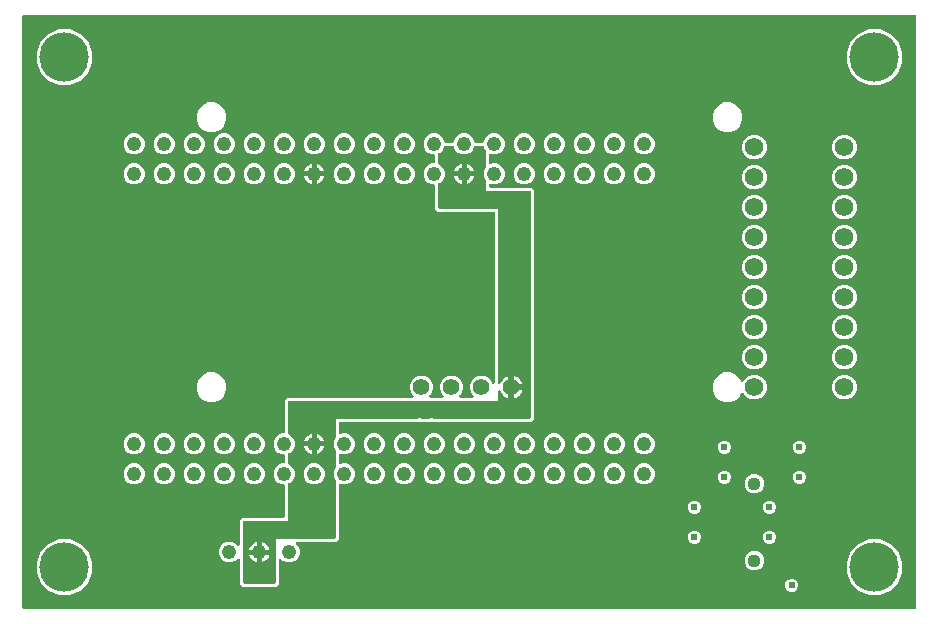
<source format=gbr>
G04 EAGLE Gerber RS-274X export*
G75*
%MOMM*%
%FSLAX34Y34*%
%LPD*%
%INCopper Layer 15*%
%IPPOS*%
%AMOC8*
5,1,8,0,0,1.08239X$1,22.5*%
G01*
%ADD10C,1.422400*%
%ADD11C,1.120000*%
%ADD12C,1.244600*%
%ADD13C,1.564638*%
%ADD14C,4.191000*%
%ADD15C,0.609600*%

G36*
X758308Y2556D02*
X758308Y2556D01*
X758427Y2563D01*
X758465Y2576D01*
X758506Y2581D01*
X758616Y2624D01*
X758729Y2661D01*
X758764Y2683D01*
X758801Y2698D01*
X758897Y2767D01*
X758998Y2831D01*
X759026Y2861D01*
X759059Y2884D01*
X759135Y2976D01*
X759216Y3063D01*
X759236Y3098D01*
X759261Y3129D01*
X759312Y3237D01*
X759370Y3341D01*
X759380Y3381D01*
X759397Y3417D01*
X759419Y3534D01*
X759449Y3649D01*
X759453Y3709D01*
X759457Y3729D01*
X759455Y3750D01*
X759459Y3810D01*
X759459Y504190D01*
X759444Y504308D01*
X759437Y504427D01*
X759424Y504465D01*
X759419Y504506D01*
X759376Y504616D01*
X759339Y504729D01*
X759317Y504764D01*
X759302Y504801D01*
X759233Y504897D01*
X759169Y504998D01*
X759139Y505026D01*
X759116Y505059D01*
X759024Y505135D01*
X758937Y505216D01*
X758902Y505236D01*
X758871Y505261D01*
X758763Y505312D01*
X758659Y505370D01*
X758619Y505380D01*
X758583Y505397D01*
X758466Y505419D01*
X758351Y505449D01*
X758291Y505453D01*
X758271Y505457D01*
X758250Y505455D01*
X758190Y505459D01*
X3810Y505459D01*
X3692Y505444D01*
X3573Y505437D01*
X3535Y505424D01*
X3494Y505419D01*
X3384Y505376D01*
X3271Y505339D01*
X3236Y505317D01*
X3199Y505302D01*
X3103Y505233D01*
X3002Y505169D01*
X2974Y505139D01*
X2941Y505116D01*
X2865Y505024D01*
X2784Y504937D01*
X2764Y504902D01*
X2739Y504871D01*
X2688Y504763D01*
X2630Y504659D01*
X2620Y504619D01*
X2603Y504583D01*
X2581Y504466D01*
X2551Y504351D01*
X2547Y504291D01*
X2543Y504271D01*
X2545Y504250D01*
X2541Y504190D01*
X2541Y3810D01*
X2556Y3692D01*
X2563Y3573D01*
X2576Y3535D01*
X2581Y3494D01*
X2624Y3384D01*
X2661Y3271D01*
X2683Y3236D01*
X2698Y3199D01*
X2767Y3103D01*
X2831Y3002D01*
X2861Y2974D01*
X2884Y2941D01*
X2976Y2865D01*
X3063Y2784D01*
X3098Y2764D01*
X3129Y2739D01*
X3237Y2688D01*
X3341Y2630D01*
X3381Y2620D01*
X3417Y2603D01*
X3534Y2581D01*
X3649Y2551D01*
X3709Y2547D01*
X3729Y2543D01*
X3750Y2545D01*
X3810Y2541D01*
X758190Y2541D01*
X758308Y2556D01*
G37*
%LPC*%
G36*
X188922Y21589D02*
X188922Y21589D01*
X186689Y23822D01*
X186689Y44231D01*
X186672Y44369D01*
X186659Y44508D01*
X186652Y44527D01*
X186649Y44547D01*
X186598Y44676D01*
X186551Y44807D01*
X186540Y44824D01*
X186532Y44842D01*
X186451Y44955D01*
X186373Y45070D01*
X186357Y45083D01*
X186346Y45100D01*
X186238Y45189D01*
X186134Y45281D01*
X186116Y45290D01*
X186101Y45303D01*
X185975Y45362D01*
X185851Y45425D01*
X185831Y45430D01*
X185813Y45438D01*
X185676Y45464D01*
X185541Y45495D01*
X185520Y45494D01*
X185501Y45498D01*
X185362Y45489D01*
X185223Y45485D01*
X185203Y45479D01*
X185183Y45478D01*
X185051Y45435D01*
X184917Y45397D01*
X184900Y45386D01*
X184881Y45380D01*
X184763Y45306D01*
X184643Y45235D01*
X184622Y45217D01*
X184612Y45210D01*
X184598Y45195D01*
X184523Y45129D01*
X182764Y43370D01*
X179543Y42036D01*
X176057Y42036D01*
X172836Y43370D01*
X170370Y45836D01*
X169036Y49057D01*
X169036Y52543D01*
X170370Y55764D01*
X172836Y58230D01*
X176057Y59564D01*
X179543Y59564D01*
X182764Y58230D01*
X184523Y56471D01*
X184632Y56386D01*
X184739Y56297D01*
X184758Y56289D01*
X184774Y56276D01*
X184902Y56221D01*
X185027Y56162D01*
X185047Y56158D01*
X185066Y56150D01*
X185204Y56128D01*
X185340Y56102D01*
X185360Y56103D01*
X185380Y56100D01*
X185519Y56113D01*
X185657Y56122D01*
X185676Y56128D01*
X185696Y56130D01*
X185828Y56177D01*
X185959Y56220D01*
X185977Y56231D01*
X185996Y56238D01*
X186111Y56316D01*
X186228Y56390D01*
X186242Y56405D01*
X186259Y56416D01*
X186351Y56520D01*
X186446Y56622D01*
X186456Y56639D01*
X186469Y56655D01*
X186533Y56779D01*
X186600Y56900D01*
X186605Y56920D01*
X186614Y56938D01*
X186644Y57074D01*
X186679Y57208D01*
X186681Y57236D01*
X186684Y57248D01*
X186683Y57269D01*
X186689Y57369D01*
X186689Y77778D01*
X188922Y80011D01*
X223520Y80011D01*
X223638Y80026D01*
X223757Y80033D01*
X223795Y80046D01*
X223836Y80051D01*
X223946Y80094D01*
X224059Y80131D01*
X224094Y80153D01*
X224131Y80168D01*
X224227Y80237D01*
X224328Y80301D01*
X224356Y80331D01*
X224389Y80354D01*
X224465Y80446D01*
X224546Y80533D01*
X224566Y80568D01*
X224591Y80599D01*
X224642Y80707D01*
X224700Y80811D01*
X224710Y80851D01*
X224727Y80887D01*
X224749Y81004D01*
X224779Y81119D01*
X224783Y81179D01*
X224787Y81199D01*
X224785Y81220D01*
X224789Y81280D01*
X224789Y107067D01*
X224774Y107185D01*
X224767Y107304D01*
X224754Y107342D01*
X224749Y107383D01*
X224706Y107493D01*
X224669Y107606D01*
X224647Y107641D01*
X224632Y107678D01*
X224563Y107774D01*
X224499Y107875D01*
X224469Y107903D01*
X224446Y107936D01*
X224354Y108012D01*
X224267Y108093D01*
X224232Y108113D01*
X224201Y108138D01*
X224093Y108189D01*
X223989Y108247D01*
X223949Y108257D01*
X223913Y108274D01*
X223796Y108296D01*
X223681Y108326D01*
X223621Y108330D01*
X223601Y108334D01*
X223580Y108332D01*
X223520Y108336D01*
X222457Y108336D01*
X219236Y109670D01*
X216770Y112136D01*
X215436Y115357D01*
X215436Y118843D01*
X216770Y122064D01*
X219236Y124530D01*
X222457Y125864D01*
X223520Y125864D01*
X223638Y125879D01*
X223757Y125886D01*
X223795Y125899D01*
X223836Y125904D01*
X223946Y125947D01*
X224059Y125984D01*
X224094Y126006D01*
X224131Y126021D01*
X224227Y126090D01*
X224328Y126154D01*
X224356Y126184D01*
X224389Y126207D01*
X224465Y126299D01*
X224546Y126386D01*
X224566Y126421D01*
X224591Y126452D01*
X224642Y126560D01*
X224700Y126664D01*
X224710Y126704D01*
X224727Y126740D01*
X224749Y126857D01*
X224779Y126972D01*
X224783Y127032D01*
X224787Y127052D01*
X224785Y127073D01*
X224789Y127133D01*
X224789Y132467D01*
X224774Y132585D01*
X224767Y132704D01*
X224754Y132742D01*
X224749Y132783D01*
X224706Y132893D01*
X224669Y133006D01*
X224647Y133041D01*
X224632Y133078D01*
X224563Y133174D01*
X224499Y133275D01*
X224469Y133303D01*
X224446Y133336D01*
X224354Y133412D01*
X224267Y133493D01*
X224232Y133513D01*
X224201Y133538D01*
X224093Y133589D01*
X223989Y133647D01*
X223949Y133657D01*
X223913Y133674D01*
X223796Y133696D01*
X223681Y133726D01*
X223621Y133730D01*
X223601Y133734D01*
X223580Y133732D01*
X223520Y133736D01*
X222457Y133736D01*
X219236Y135070D01*
X216770Y137536D01*
X215436Y140757D01*
X215436Y144243D01*
X216770Y147464D01*
X219236Y149930D01*
X222457Y151264D01*
X223520Y151264D01*
X223638Y151279D01*
X223757Y151286D01*
X223795Y151299D01*
X223836Y151304D01*
X223946Y151347D01*
X224059Y151384D01*
X224094Y151406D01*
X224131Y151421D01*
X224227Y151490D01*
X224328Y151554D01*
X224356Y151584D01*
X224389Y151607D01*
X224465Y151699D01*
X224546Y151786D01*
X224566Y151821D01*
X224591Y151852D01*
X224642Y151960D01*
X224700Y152064D01*
X224710Y152104D01*
X224727Y152140D01*
X224749Y152257D01*
X224779Y152372D01*
X224783Y152432D01*
X224787Y152452D01*
X224785Y152473D01*
X224789Y152533D01*
X224789Y179378D01*
X227022Y181611D01*
X332534Y181611D01*
X332672Y181628D01*
X332810Y181641D01*
X332829Y181648D01*
X332850Y181651D01*
X332979Y181702D01*
X333110Y181749D01*
X333127Y181760D01*
X333145Y181768D01*
X333258Y181849D01*
X333373Y181927D01*
X333386Y181943D01*
X333403Y181954D01*
X333491Y182062D01*
X333583Y182166D01*
X333592Y182184D01*
X333605Y182199D01*
X333665Y182325D01*
X333728Y182449D01*
X333732Y182469D01*
X333741Y182487D01*
X333767Y182624D01*
X333798Y182759D01*
X333797Y182780D01*
X333801Y182799D01*
X333792Y182938D01*
X333788Y183077D01*
X333782Y183097D01*
X333781Y183117D01*
X333738Y183249D01*
X333699Y183383D01*
X333689Y183400D01*
X333683Y183419D01*
X333608Y183537D01*
X333538Y183657D01*
X333519Y183678D01*
X333513Y183688D01*
X333498Y183702D01*
X333432Y183777D01*
X332177Y185032D01*
X330707Y188580D01*
X330707Y192420D01*
X332177Y195968D01*
X334892Y198683D01*
X338440Y200153D01*
X342280Y200153D01*
X345828Y198683D01*
X348543Y195968D01*
X350013Y192420D01*
X350013Y188580D01*
X348543Y185032D01*
X347288Y183777D01*
X347203Y183668D01*
X347115Y183561D01*
X347106Y183542D01*
X347094Y183526D01*
X347038Y183399D01*
X346979Y183273D01*
X346975Y183253D01*
X346967Y183234D01*
X346945Y183096D01*
X346919Y182960D01*
X346921Y182940D01*
X346917Y182920D01*
X346930Y182781D01*
X346939Y182643D01*
X346945Y182624D01*
X346947Y182604D01*
X346994Y182472D01*
X347037Y182341D01*
X347048Y182323D01*
X347055Y182304D01*
X347133Y182189D01*
X347207Y182072D01*
X347222Y182058D01*
X347233Y182041D01*
X347338Y181949D01*
X347439Y181854D01*
X347457Y181844D01*
X347472Y181831D01*
X347596Y181767D01*
X347717Y181700D01*
X347737Y181695D01*
X347755Y181686D01*
X347891Y181656D01*
X348025Y181621D01*
X348053Y181619D01*
X348065Y181616D01*
X348086Y181617D01*
X348186Y181611D01*
X357934Y181611D01*
X358072Y181628D01*
X358210Y181641D01*
X358229Y181648D01*
X358250Y181651D01*
X358379Y181702D01*
X358510Y181749D01*
X358527Y181760D01*
X358545Y181768D01*
X358658Y181849D01*
X358773Y181927D01*
X358786Y181943D01*
X358803Y181954D01*
X358891Y182062D01*
X358983Y182166D01*
X358992Y182184D01*
X359005Y182199D01*
X359065Y182325D01*
X359128Y182449D01*
X359132Y182469D01*
X359141Y182487D01*
X359167Y182624D01*
X359198Y182759D01*
X359197Y182780D01*
X359201Y182799D01*
X359192Y182938D01*
X359188Y183077D01*
X359182Y183097D01*
X359181Y183117D01*
X359138Y183249D01*
X359099Y183383D01*
X359089Y183400D01*
X359083Y183419D01*
X359008Y183537D01*
X358938Y183657D01*
X358919Y183678D01*
X358913Y183688D01*
X358898Y183702D01*
X358832Y183777D01*
X357577Y185032D01*
X356107Y188580D01*
X356107Y192420D01*
X357577Y195968D01*
X360292Y198683D01*
X363840Y200153D01*
X367680Y200153D01*
X371228Y198683D01*
X373943Y195968D01*
X375413Y192420D01*
X375413Y188580D01*
X373943Y185032D01*
X372688Y183777D01*
X372603Y183668D01*
X372515Y183561D01*
X372506Y183542D01*
X372494Y183526D01*
X372438Y183399D01*
X372379Y183273D01*
X372375Y183253D01*
X372367Y183234D01*
X372345Y183096D01*
X372319Y182960D01*
X372321Y182940D01*
X372317Y182920D01*
X372330Y182781D01*
X372339Y182643D01*
X372345Y182624D01*
X372347Y182604D01*
X372394Y182472D01*
X372437Y182341D01*
X372448Y182323D01*
X372455Y182304D01*
X372533Y182189D01*
X372607Y182072D01*
X372622Y182058D01*
X372633Y182041D01*
X372738Y181949D01*
X372839Y181854D01*
X372857Y181844D01*
X372872Y181831D01*
X372996Y181767D01*
X373117Y181700D01*
X373137Y181695D01*
X373155Y181686D01*
X373291Y181656D01*
X373425Y181621D01*
X373453Y181619D01*
X373465Y181616D01*
X373486Y181617D01*
X373586Y181611D01*
X383334Y181611D01*
X383472Y181628D01*
X383610Y181641D01*
X383629Y181648D01*
X383650Y181651D01*
X383779Y181702D01*
X383910Y181749D01*
X383927Y181760D01*
X383945Y181768D01*
X384058Y181849D01*
X384173Y181927D01*
X384186Y181943D01*
X384203Y181954D01*
X384291Y182062D01*
X384383Y182166D01*
X384392Y182184D01*
X384405Y182199D01*
X384465Y182325D01*
X384528Y182449D01*
X384532Y182469D01*
X384541Y182487D01*
X384567Y182624D01*
X384598Y182759D01*
X384597Y182780D01*
X384601Y182799D01*
X384592Y182938D01*
X384588Y183077D01*
X384582Y183097D01*
X384581Y183117D01*
X384538Y183249D01*
X384499Y183383D01*
X384489Y183400D01*
X384483Y183419D01*
X384408Y183537D01*
X384338Y183657D01*
X384319Y183678D01*
X384313Y183688D01*
X384298Y183702D01*
X384232Y183777D01*
X382977Y185032D01*
X381507Y188580D01*
X381507Y192420D01*
X382977Y195968D01*
X385692Y198683D01*
X389240Y200153D01*
X393080Y200153D01*
X396628Y198683D01*
X399343Y195968D01*
X400147Y194026D01*
X400182Y193966D01*
X400208Y193901D01*
X400260Y193828D01*
X400305Y193750D01*
X400353Y193700D01*
X400394Y193643D01*
X400464Y193586D01*
X400526Y193522D01*
X400586Y193485D01*
X400639Y193441D01*
X400721Y193402D01*
X400797Y193355D01*
X400864Y193335D01*
X400927Y193305D01*
X401015Y193288D01*
X401101Y193262D01*
X401171Y193258D01*
X401240Y193245D01*
X401329Y193251D01*
X401419Y193247D01*
X401487Y193261D01*
X401557Y193265D01*
X401642Y193293D01*
X401730Y193311D01*
X401793Y193342D01*
X401859Y193363D01*
X401935Y193411D01*
X402016Y193451D01*
X402069Y193496D01*
X402128Y193533D01*
X402190Y193599D01*
X402258Y193657D01*
X402298Y193714D01*
X402346Y193765D01*
X402389Y193844D01*
X402441Y193917D01*
X402466Y193982D01*
X402500Y194043D01*
X402522Y194130D01*
X402554Y194214D01*
X402562Y194284D01*
X402579Y194351D01*
X402589Y194512D01*
X402589Y337820D01*
X402574Y337938D01*
X402567Y338057D01*
X402554Y338095D01*
X402549Y338136D01*
X402506Y338246D01*
X402469Y338359D01*
X402447Y338394D01*
X402432Y338431D01*
X402363Y338527D01*
X402299Y338628D01*
X402269Y338656D01*
X402246Y338689D01*
X402154Y338765D01*
X402067Y338846D01*
X402032Y338866D01*
X402001Y338891D01*
X401893Y338942D01*
X401789Y339000D01*
X401749Y339010D01*
X401713Y339027D01*
X401596Y339049D01*
X401481Y339079D01*
X401421Y339083D01*
X401401Y339087D01*
X401380Y339085D01*
X401320Y339089D01*
X354022Y339089D01*
X351789Y341322D01*
X351789Y361067D01*
X351774Y361185D01*
X351767Y361304D01*
X351754Y361342D01*
X351749Y361383D01*
X351706Y361493D01*
X351669Y361606D01*
X351647Y361641D01*
X351632Y361678D01*
X351563Y361774D01*
X351499Y361875D01*
X351469Y361903D01*
X351446Y361936D01*
X351354Y362012D01*
X351267Y362093D01*
X351232Y362113D01*
X351201Y362138D01*
X351093Y362189D01*
X350989Y362247D01*
X350949Y362257D01*
X350913Y362274D01*
X350796Y362296D01*
X350681Y362326D01*
X350621Y362330D01*
X350601Y362334D01*
X350580Y362332D01*
X350520Y362336D01*
X349457Y362336D01*
X346236Y363670D01*
X343770Y366136D01*
X342436Y369357D01*
X342436Y372843D01*
X343770Y376064D01*
X346236Y378530D01*
X349457Y379864D01*
X350520Y379864D01*
X350638Y379879D01*
X350757Y379886D01*
X350795Y379899D01*
X350836Y379904D01*
X350946Y379947D01*
X351059Y379984D01*
X351094Y380006D01*
X351131Y380021D01*
X351227Y380090D01*
X351328Y380154D01*
X351356Y380184D01*
X351389Y380207D01*
X351465Y380299D01*
X351546Y380386D01*
X351566Y380421D01*
X351591Y380452D01*
X351642Y380560D01*
X351700Y380664D01*
X351710Y380704D01*
X351727Y380740D01*
X351749Y380857D01*
X351779Y380972D01*
X351783Y381032D01*
X351787Y381052D01*
X351785Y381073D01*
X351789Y381133D01*
X351789Y386467D01*
X351774Y386585D01*
X351767Y386704D01*
X351754Y386742D01*
X351749Y386783D01*
X351706Y386893D01*
X351669Y387006D01*
X351647Y387041D01*
X351632Y387078D01*
X351563Y387174D01*
X351499Y387275D01*
X351469Y387303D01*
X351446Y387336D01*
X351354Y387412D01*
X351267Y387493D01*
X351232Y387513D01*
X351201Y387538D01*
X351093Y387589D01*
X350989Y387647D01*
X350949Y387657D01*
X350913Y387674D01*
X350796Y387696D01*
X350681Y387726D01*
X350621Y387730D01*
X350601Y387734D01*
X350580Y387732D01*
X350520Y387736D01*
X349457Y387736D01*
X346236Y389070D01*
X343770Y391536D01*
X342436Y394757D01*
X342436Y398243D01*
X343770Y401464D01*
X346236Y403930D01*
X349457Y405264D01*
X352943Y405264D01*
X356164Y403930D01*
X358630Y401464D01*
X359943Y398294D01*
X359957Y398269D01*
X359966Y398241D01*
X360036Y398131D01*
X360100Y398018D01*
X360121Y397997D01*
X360136Y397972D01*
X360231Y397883D01*
X360321Y397790D01*
X360347Y397774D01*
X360368Y397754D01*
X360482Y397691D01*
X360593Y397623D01*
X360621Y397615D01*
X360647Y397600D01*
X360772Y397568D01*
X360896Y397530D01*
X360926Y397528D01*
X360955Y397521D01*
X361115Y397511D01*
X366685Y397511D01*
X366714Y397514D01*
X366743Y397512D01*
X366872Y397534D01*
X367000Y397551D01*
X367028Y397561D01*
X367057Y397566D01*
X367175Y397620D01*
X367296Y397668D01*
X367320Y397685D01*
X367347Y397697D01*
X367448Y397778D01*
X367553Y397854D01*
X367572Y397877D01*
X367595Y397896D01*
X367673Y397999D01*
X367756Y398099D01*
X367769Y398126D01*
X367786Y398150D01*
X367857Y398294D01*
X369170Y401464D01*
X371636Y403930D01*
X374857Y405264D01*
X378343Y405264D01*
X381564Y403930D01*
X384030Y401464D01*
X385343Y398294D01*
X385357Y398269D01*
X385366Y398241D01*
X385436Y398131D01*
X385500Y398018D01*
X385521Y397997D01*
X385536Y397972D01*
X385631Y397883D01*
X385721Y397790D01*
X385747Y397774D01*
X385768Y397754D01*
X385882Y397691D01*
X385993Y397623D01*
X386021Y397615D01*
X386047Y397600D01*
X386172Y397568D01*
X386296Y397530D01*
X386326Y397528D01*
X386355Y397521D01*
X386515Y397511D01*
X392085Y397511D01*
X392114Y397514D01*
X392143Y397512D01*
X392272Y397534D01*
X392400Y397551D01*
X392428Y397561D01*
X392457Y397566D01*
X392575Y397620D01*
X392696Y397668D01*
X392720Y397685D01*
X392747Y397697D01*
X392848Y397778D01*
X392953Y397854D01*
X392972Y397877D01*
X392995Y397896D01*
X393073Y397999D01*
X393156Y398099D01*
X393169Y398126D01*
X393186Y398150D01*
X393257Y398294D01*
X394570Y401464D01*
X397036Y403930D01*
X400257Y405264D01*
X403743Y405264D01*
X406964Y403930D01*
X409430Y401464D01*
X410764Y398243D01*
X410764Y394757D01*
X409430Y391536D01*
X406964Y389070D01*
X403743Y387736D01*
X400257Y387736D01*
X399266Y388147D01*
X399218Y388160D01*
X399173Y388181D01*
X399065Y388202D01*
X398959Y388231D01*
X398909Y388232D01*
X398860Y388241D01*
X398751Y388234D01*
X398641Y388236D01*
X398593Y388224D01*
X398543Y388221D01*
X398439Y388187D01*
X398332Y388162D01*
X398288Y388138D01*
X398241Y388123D01*
X398148Y388064D01*
X398051Y388013D01*
X398014Y387980D01*
X397972Y387953D01*
X397897Y387873D01*
X397815Y387799D01*
X397788Y387758D01*
X397754Y387721D01*
X397701Y387625D01*
X397641Y387533D01*
X397624Y387486D01*
X397600Y387443D01*
X397573Y387337D01*
X397537Y387233D01*
X397533Y387183D01*
X397521Y387135D01*
X397511Y386974D01*
X397511Y380626D01*
X397517Y380576D01*
X397515Y380527D01*
X397537Y380419D01*
X397551Y380310D01*
X397569Y380264D01*
X397579Y380215D01*
X397627Y380117D01*
X397668Y380015D01*
X397697Y379974D01*
X397719Y379930D01*
X397790Y379846D01*
X397854Y379757D01*
X397893Y379726D01*
X397925Y379688D01*
X398015Y379625D01*
X398099Y379554D01*
X398144Y379533D01*
X398185Y379505D01*
X398288Y379466D01*
X398387Y379419D01*
X398436Y379410D01*
X398482Y379392D01*
X398592Y379380D01*
X398699Y379359D01*
X398749Y379362D01*
X398798Y379357D01*
X398907Y379372D01*
X399017Y379379D01*
X399064Y379394D01*
X399113Y379401D01*
X399266Y379453D01*
X400257Y379864D01*
X403743Y379864D01*
X406964Y378530D01*
X409430Y376064D01*
X410764Y372843D01*
X410764Y369357D01*
X409430Y366136D01*
X406964Y363670D01*
X403743Y362336D01*
X400257Y362336D01*
X399266Y362747D01*
X399218Y362760D01*
X399173Y362781D01*
X399065Y362802D01*
X398959Y362831D01*
X398909Y362832D01*
X398860Y362841D01*
X398751Y362834D01*
X398641Y362836D01*
X398593Y362824D01*
X398543Y362821D01*
X398439Y362787D01*
X398332Y362762D01*
X398288Y362738D01*
X398241Y362723D01*
X398148Y362664D01*
X398051Y362613D01*
X398014Y362580D01*
X397972Y362553D01*
X397897Y362473D01*
X397815Y362399D01*
X397788Y362358D01*
X397754Y362321D01*
X397701Y362225D01*
X397641Y362133D01*
X397624Y362086D01*
X397600Y362043D01*
X397573Y361937D01*
X397537Y361833D01*
X397533Y361783D01*
X397521Y361735D01*
X397511Y361574D01*
X397511Y360680D01*
X397526Y360562D01*
X397533Y360443D01*
X397546Y360405D01*
X397551Y360364D01*
X397594Y360254D01*
X397631Y360141D01*
X397653Y360106D01*
X397668Y360069D01*
X397737Y359973D01*
X397801Y359872D01*
X397831Y359844D01*
X397854Y359811D01*
X397946Y359735D01*
X398033Y359654D01*
X398068Y359634D01*
X398099Y359609D01*
X398207Y359558D01*
X398311Y359500D01*
X398351Y359490D01*
X398387Y359473D01*
X398504Y359451D01*
X398619Y359421D01*
X398679Y359417D01*
X398699Y359413D01*
X398720Y359415D01*
X398780Y359411D01*
X433378Y359411D01*
X435611Y357178D01*
X435611Y163522D01*
X433378Y161289D01*
X271780Y161289D01*
X271662Y161274D01*
X271543Y161267D01*
X271505Y161254D01*
X271464Y161249D01*
X271354Y161206D01*
X271241Y161169D01*
X271206Y161147D01*
X271169Y161132D01*
X271073Y161063D01*
X270972Y160999D01*
X270944Y160969D01*
X270911Y160946D01*
X270835Y160854D01*
X270754Y160767D01*
X270734Y160732D01*
X270709Y160701D01*
X270658Y160593D01*
X270600Y160489D01*
X270590Y160449D01*
X270573Y160413D01*
X270551Y160296D01*
X270521Y160181D01*
X270517Y160121D01*
X270513Y160101D01*
X270515Y160080D01*
X270511Y160020D01*
X270511Y152026D01*
X270517Y151976D01*
X270515Y151927D01*
X270537Y151819D01*
X270551Y151710D01*
X270569Y151664D01*
X270579Y151615D01*
X270627Y151517D01*
X270668Y151415D01*
X270697Y151374D01*
X270719Y151330D01*
X270790Y151246D01*
X270854Y151157D01*
X270893Y151126D01*
X270925Y151088D01*
X271015Y151025D01*
X271099Y150954D01*
X271144Y150933D01*
X271185Y150905D01*
X271288Y150866D01*
X271387Y150819D01*
X271436Y150810D01*
X271482Y150792D01*
X271592Y150780D01*
X271699Y150759D01*
X271749Y150762D01*
X271798Y150757D01*
X271907Y150772D01*
X272017Y150779D01*
X272064Y150794D01*
X272113Y150801D01*
X272266Y150853D01*
X273257Y151264D01*
X276743Y151264D01*
X279964Y149930D01*
X282430Y147464D01*
X283764Y144243D01*
X283764Y140757D01*
X282430Y137536D01*
X279964Y135070D01*
X276743Y133736D01*
X273257Y133736D01*
X272266Y134147D01*
X272218Y134160D01*
X272173Y134181D01*
X272065Y134202D01*
X271959Y134231D01*
X271909Y134232D01*
X271860Y134241D01*
X271751Y134234D01*
X271641Y134236D01*
X271593Y134224D01*
X271543Y134221D01*
X271439Y134187D01*
X271332Y134162D01*
X271288Y134138D01*
X271241Y134123D01*
X271148Y134064D01*
X271051Y134013D01*
X271014Y133980D01*
X270972Y133953D01*
X270897Y133873D01*
X270815Y133799D01*
X270788Y133758D01*
X270754Y133721D01*
X270701Y133625D01*
X270641Y133533D01*
X270624Y133486D01*
X270600Y133443D01*
X270573Y133337D01*
X270537Y133233D01*
X270533Y133183D01*
X270521Y133135D01*
X270511Y132974D01*
X270511Y126626D01*
X270517Y126576D01*
X270515Y126527D01*
X270537Y126419D01*
X270551Y126310D01*
X270569Y126264D01*
X270579Y126215D01*
X270627Y126117D01*
X270668Y126015D01*
X270697Y125974D01*
X270719Y125930D01*
X270790Y125846D01*
X270854Y125757D01*
X270893Y125726D01*
X270925Y125688D01*
X271015Y125625D01*
X271099Y125554D01*
X271144Y125533D01*
X271185Y125505D01*
X271288Y125466D01*
X271387Y125419D01*
X271436Y125410D01*
X271482Y125392D01*
X271592Y125380D01*
X271699Y125359D01*
X271749Y125362D01*
X271798Y125357D01*
X271907Y125372D01*
X272017Y125379D01*
X272064Y125394D01*
X272113Y125401D01*
X272266Y125453D01*
X273257Y125864D01*
X276743Y125864D01*
X279964Y124530D01*
X282430Y122064D01*
X283764Y118843D01*
X283764Y115357D01*
X282430Y112136D01*
X279964Y109670D01*
X276743Y108336D01*
X273257Y108336D01*
X272266Y108747D01*
X272218Y108760D01*
X272173Y108781D01*
X272065Y108802D01*
X271959Y108831D01*
X271909Y108832D01*
X271860Y108841D01*
X271751Y108834D01*
X271641Y108836D01*
X271593Y108824D01*
X271543Y108821D01*
X271439Y108787D01*
X271332Y108762D01*
X271288Y108738D01*
X271241Y108723D01*
X271148Y108664D01*
X271051Y108613D01*
X271014Y108580D01*
X270972Y108553D01*
X270897Y108473D01*
X270815Y108399D01*
X270788Y108358D01*
X270754Y108321D01*
X270701Y108225D01*
X270641Y108133D01*
X270624Y108086D01*
X270600Y108043D01*
X270573Y107937D01*
X270537Y107833D01*
X270533Y107783D01*
X270521Y107735D01*
X270511Y107574D01*
X270511Y61922D01*
X268278Y59689D01*
X235169Y59689D01*
X235031Y59672D01*
X234892Y59659D01*
X234873Y59652D01*
X234853Y59649D01*
X234724Y59598D01*
X234593Y59551D01*
X234576Y59540D01*
X234558Y59532D01*
X234445Y59451D01*
X234330Y59373D01*
X234317Y59357D01*
X234300Y59346D01*
X234211Y59238D01*
X234119Y59134D01*
X234110Y59116D01*
X234097Y59101D01*
X234038Y58975D01*
X233975Y58851D01*
X233970Y58831D01*
X233962Y58813D01*
X233936Y58676D01*
X233905Y58541D01*
X233906Y58520D01*
X233902Y58501D01*
X233911Y58362D01*
X233915Y58223D01*
X233921Y58203D01*
X233922Y58183D01*
X233965Y58051D01*
X234003Y57917D01*
X234014Y57900D01*
X234020Y57881D01*
X234094Y57763D01*
X234165Y57643D01*
X234183Y57622D01*
X234190Y57612D01*
X234205Y57598D01*
X234271Y57523D01*
X236030Y55764D01*
X237364Y52543D01*
X237364Y49057D01*
X236030Y45836D01*
X233564Y43370D01*
X230343Y42036D01*
X226857Y42036D01*
X223636Y43370D01*
X221877Y45129D01*
X221768Y45214D01*
X221661Y45303D01*
X221642Y45311D01*
X221626Y45324D01*
X221498Y45379D01*
X221373Y45438D01*
X221353Y45442D01*
X221334Y45450D01*
X221196Y45472D01*
X221060Y45498D01*
X221040Y45497D01*
X221020Y45500D01*
X220881Y45487D01*
X220743Y45478D01*
X220724Y45472D01*
X220704Y45470D01*
X220572Y45423D01*
X220441Y45380D01*
X220423Y45369D01*
X220404Y45362D01*
X220289Y45284D01*
X220172Y45210D01*
X220158Y45195D01*
X220141Y45184D01*
X220049Y45080D01*
X219954Y44978D01*
X219944Y44961D01*
X219931Y44945D01*
X219867Y44821D01*
X219800Y44700D01*
X219795Y44680D01*
X219786Y44662D01*
X219756Y44526D01*
X219721Y44392D01*
X219719Y44364D01*
X219716Y44352D01*
X219717Y44331D01*
X219711Y44231D01*
X219711Y23822D01*
X217478Y21589D01*
X188922Y21589D01*
G37*
%LPD*%
G36*
X216018Y24146D02*
X216018Y24146D01*
X216137Y24153D01*
X216175Y24166D01*
X216216Y24171D01*
X216326Y24214D01*
X216439Y24251D01*
X216474Y24273D01*
X216511Y24288D01*
X216607Y24358D01*
X216708Y24421D01*
X216736Y24451D01*
X216769Y24474D01*
X216845Y24566D01*
X216926Y24653D01*
X216946Y24688D01*
X216971Y24719D01*
X217022Y24827D01*
X217080Y24931D01*
X217090Y24971D01*
X217107Y25007D01*
X217129Y25124D01*
X217159Y25239D01*
X217163Y25300D01*
X217167Y25320D01*
X217165Y25340D01*
X217169Y25400D01*
X217169Y62231D01*
X266700Y62231D01*
X266818Y62246D01*
X266937Y62253D01*
X266975Y62266D01*
X267016Y62271D01*
X267126Y62314D01*
X267239Y62351D01*
X267274Y62373D01*
X267311Y62388D01*
X267407Y62458D01*
X267508Y62521D01*
X267536Y62551D01*
X267569Y62574D01*
X267645Y62666D01*
X267726Y62753D01*
X267746Y62788D01*
X267771Y62819D01*
X267822Y62927D01*
X267880Y63031D01*
X267890Y63071D01*
X267907Y63107D01*
X267929Y63224D01*
X267959Y63339D01*
X267963Y63400D01*
X267967Y63420D01*
X267965Y63440D01*
X267969Y63500D01*
X267969Y111211D01*
X267957Y111310D01*
X267954Y111409D01*
X267937Y111467D01*
X267929Y111527D01*
X267893Y111619D01*
X267865Y111714D01*
X267835Y111766D01*
X267812Y111822D01*
X267754Y111902D01*
X267704Y111988D01*
X267638Y112063D01*
X267626Y112080D01*
X267616Y112088D01*
X267597Y112109D01*
X267570Y112136D01*
X266236Y115357D01*
X266236Y118843D01*
X267570Y122064D01*
X267597Y122091D01*
X267658Y122170D01*
X267726Y122242D01*
X267755Y122295D01*
X267792Y122342D01*
X267832Y122433D01*
X267880Y122520D01*
X267895Y122579D01*
X267919Y122634D01*
X267934Y122732D01*
X267959Y122828D01*
X267965Y122928D01*
X267969Y122948D01*
X267967Y122961D01*
X267969Y122989D01*
X267969Y136611D01*
X267957Y136710D01*
X267954Y136809D01*
X267937Y136867D01*
X267929Y136927D01*
X267893Y137019D01*
X267865Y137114D01*
X267835Y137166D01*
X267812Y137222D01*
X267754Y137302D01*
X267704Y137388D01*
X267638Y137463D01*
X267626Y137480D01*
X267616Y137488D01*
X267597Y137509D01*
X267570Y137536D01*
X266236Y140757D01*
X266236Y144243D01*
X267570Y147464D01*
X267597Y147491D01*
X267658Y147570D01*
X267726Y147642D01*
X267755Y147695D01*
X267792Y147742D01*
X267832Y147833D01*
X267880Y147920D01*
X267895Y147979D01*
X267919Y148034D01*
X267934Y148132D01*
X267959Y148228D01*
X267965Y148328D01*
X267969Y148348D01*
X267967Y148361D01*
X267969Y148389D01*
X267969Y163831D01*
X336499Y163831D01*
X336509Y163832D01*
X336518Y163831D01*
X336666Y163852D01*
X336815Y163871D01*
X336824Y163874D01*
X336833Y163875D01*
X336985Y163927D01*
X337978Y164339D01*
X340202Y164339D01*
X341195Y163927D01*
X341204Y163925D01*
X341212Y163920D01*
X341357Y163883D01*
X341502Y163843D01*
X341511Y163843D01*
X341520Y163841D01*
X341681Y163831D01*
X346659Y163831D01*
X346669Y163832D01*
X346678Y163831D01*
X346826Y163852D01*
X346975Y163871D01*
X346984Y163874D01*
X346993Y163875D01*
X347145Y163927D01*
X348138Y164339D01*
X350362Y164339D01*
X351355Y163927D01*
X351364Y163925D01*
X351372Y163920D01*
X351517Y163883D01*
X351662Y163843D01*
X351671Y163843D01*
X351680Y163841D01*
X351841Y163831D01*
X431800Y163831D01*
X431918Y163846D01*
X432037Y163853D01*
X432075Y163866D01*
X432116Y163871D01*
X432226Y163914D01*
X432339Y163951D01*
X432374Y163973D01*
X432411Y163988D01*
X432507Y164058D01*
X432608Y164121D01*
X432636Y164151D01*
X432669Y164174D01*
X432745Y164266D01*
X432826Y164353D01*
X432846Y164388D01*
X432871Y164419D01*
X432922Y164527D01*
X432980Y164631D01*
X432990Y164671D01*
X433007Y164707D01*
X433029Y164824D01*
X433059Y164939D01*
X433063Y165000D01*
X433067Y165020D01*
X433065Y165040D01*
X433069Y165100D01*
X433069Y355600D01*
X433054Y355718D01*
X433047Y355837D01*
X433034Y355875D01*
X433029Y355916D01*
X432986Y356026D01*
X432949Y356139D01*
X432927Y356174D01*
X432912Y356211D01*
X432843Y356307D01*
X432779Y356408D01*
X432749Y356436D01*
X432726Y356469D01*
X432634Y356545D01*
X432547Y356626D01*
X432512Y356646D01*
X432481Y356671D01*
X432373Y356722D01*
X432269Y356780D01*
X432229Y356790D01*
X432193Y356807D01*
X432076Y356829D01*
X431961Y356859D01*
X431901Y356863D01*
X431881Y356867D01*
X431860Y356865D01*
X431800Y356869D01*
X394969Y356869D01*
X394969Y365211D01*
X394957Y365310D01*
X394954Y365409D01*
X394937Y365467D01*
X394929Y365527D01*
X394893Y365619D01*
X394865Y365714D01*
X394835Y365766D01*
X394812Y365822D01*
X394754Y365902D01*
X394704Y365988D01*
X394638Y366063D01*
X394626Y366080D01*
X394616Y366088D01*
X394597Y366109D01*
X394570Y366136D01*
X393236Y369357D01*
X393236Y372843D01*
X394570Y376064D01*
X394597Y376091D01*
X394658Y376170D01*
X394726Y376242D01*
X394755Y376295D01*
X394792Y376342D01*
X394832Y376433D01*
X394880Y376520D01*
X394895Y376579D01*
X394919Y376634D01*
X394934Y376732D01*
X394959Y376828D01*
X394965Y376928D01*
X394969Y376948D01*
X394967Y376961D01*
X394969Y376989D01*
X394969Y390611D01*
X394957Y390710D01*
X394954Y390809D01*
X394937Y390867D01*
X394929Y390927D01*
X394893Y391019D01*
X394865Y391114D01*
X394835Y391166D01*
X394812Y391222D01*
X394754Y391302D01*
X394704Y391388D01*
X394638Y391463D01*
X394626Y391480D01*
X394616Y391488D01*
X394597Y391509D01*
X394570Y391536D01*
X393473Y394186D01*
X393458Y394211D01*
X393449Y394239D01*
X393380Y394349D01*
X393315Y394462D01*
X393295Y394483D01*
X393279Y394508D01*
X393184Y394597D01*
X393094Y394690D01*
X393069Y394706D01*
X393047Y394726D01*
X392934Y394789D01*
X392823Y394857D01*
X392795Y394865D01*
X392769Y394880D01*
X392643Y394912D01*
X392519Y394950D01*
X392489Y394952D01*
X392461Y394959D01*
X392300Y394969D01*
X386300Y394969D01*
X386271Y394966D01*
X386241Y394968D01*
X386113Y394946D01*
X385984Y394929D01*
X385957Y394919D01*
X385928Y394914D01*
X385809Y394860D01*
X385689Y394812D01*
X385665Y394795D01*
X385638Y394783D01*
X385537Y394702D01*
X385431Y394626D01*
X385412Y394603D01*
X385389Y394584D01*
X385311Y394481D01*
X385228Y394381D01*
X385216Y394354D01*
X385198Y394330D01*
X385127Y394186D01*
X384030Y391536D01*
X381564Y389070D01*
X378343Y387736D01*
X374857Y387736D01*
X371636Y389070D01*
X369170Y391536D01*
X368073Y394186D01*
X368058Y394211D01*
X368049Y394239D01*
X367980Y394349D01*
X367915Y394462D01*
X367895Y394483D01*
X367879Y394508D01*
X367784Y394597D01*
X367694Y394690D01*
X367669Y394706D01*
X367647Y394726D01*
X367534Y394789D01*
X367423Y394857D01*
X367395Y394865D01*
X367369Y394880D01*
X367243Y394912D01*
X367119Y394950D01*
X367089Y394952D01*
X367061Y394959D01*
X366900Y394969D01*
X360900Y394969D01*
X360871Y394966D01*
X360841Y394968D01*
X360713Y394946D01*
X360584Y394929D01*
X360557Y394919D01*
X360528Y394914D01*
X360409Y394860D01*
X360289Y394812D01*
X360265Y394795D01*
X360238Y394783D01*
X360137Y394702D01*
X360031Y394626D01*
X360012Y394603D01*
X359989Y394584D01*
X359911Y394481D01*
X359828Y394381D01*
X359816Y394354D01*
X359798Y394330D01*
X359727Y394186D01*
X358630Y391536D01*
X356164Y389070D01*
X355114Y388636D01*
X355089Y388621D01*
X355061Y388612D01*
X354951Y388542D01*
X354838Y388478D01*
X354817Y388458D01*
X354792Y388442D01*
X354703Y388347D01*
X354610Y388257D01*
X354594Y388232D01*
X354574Y388210D01*
X354511Y388096D01*
X354443Y387986D01*
X354435Y387957D01*
X354420Y387932D01*
X354388Y387806D01*
X354350Y387682D01*
X354348Y387652D01*
X354341Y387624D01*
X354331Y387463D01*
X354331Y380137D01*
X354334Y380108D01*
X354332Y380078D01*
X354354Y379950D01*
X354371Y379822D01*
X354381Y379794D01*
X354387Y379765D01*
X354440Y379646D01*
X354488Y379526D01*
X354505Y379502D01*
X354517Y379475D01*
X354598Y379374D01*
X354674Y379269D01*
X354697Y379250D01*
X354716Y379227D01*
X354819Y379149D01*
X354919Y379066D01*
X354946Y379053D01*
X354970Y379035D01*
X355114Y378964D01*
X356164Y378530D01*
X358630Y376064D01*
X359964Y372843D01*
X359964Y369357D01*
X358630Y366136D01*
X356164Y363670D01*
X355114Y363236D01*
X355089Y363221D01*
X355061Y363212D01*
X354951Y363142D01*
X354838Y363078D01*
X354817Y363058D01*
X354792Y363042D01*
X354703Y362947D01*
X354610Y362857D01*
X354594Y362832D01*
X354574Y362810D01*
X354511Y362696D01*
X354443Y362586D01*
X354435Y362557D01*
X354420Y362532D01*
X354388Y362406D01*
X354350Y362282D01*
X354348Y362252D01*
X354341Y362224D01*
X354331Y362063D01*
X354331Y342900D01*
X354346Y342782D01*
X354353Y342663D01*
X354366Y342625D01*
X354371Y342584D01*
X354414Y342474D01*
X354451Y342361D01*
X354473Y342326D01*
X354488Y342289D01*
X354558Y342193D01*
X354621Y342092D01*
X354651Y342064D01*
X354674Y342031D01*
X354766Y341956D01*
X354853Y341874D01*
X354888Y341854D01*
X354919Y341829D01*
X355027Y341778D01*
X355131Y341720D01*
X355171Y341710D01*
X355207Y341693D01*
X355324Y341671D01*
X355439Y341641D01*
X355500Y341637D01*
X355520Y341633D01*
X355540Y341635D01*
X355600Y341631D01*
X405131Y341631D01*
X405131Y194575D01*
X405146Y194456D01*
X405153Y194337D01*
X405166Y194299D01*
X405171Y194259D01*
X405215Y194148D01*
X405252Y194035D01*
X405273Y194001D01*
X405288Y193964D01*
X405358Y193867D01*
X405422Y193766D01*
X405451Y193739D01*
X405474Y193706D01*
X405567Y193630D01*
X405654Y193548D01*
X405689Y193529D01*
X405719Y193504D01*
X405827Y193453D01*
X405932Y193395D01*
X405971Y193385D01*
X406007Y193368D01*
X406124Y193346D01*
X406240Y193316D01*
X406280Y193316D01*
X406320Y193308D01*
X406439Y193316D01*
X406558Y193316D01*
X406597Y193326D01*
X406637Y193328D01*
X406751Y193365D01*
X406866Y193395D01*
X406901Y193414D01*
X406939Y193426D01*
X407040Y193490D01*
X407145Y193548D01*
X407174Y193575D01*
X407208Y193596D01*
X407290Y193683D01*
X407377Y193765D01*
X407399Y193799D01*
X407426Y193828D01*
X407484Y193932D01*
X407548Y194033D01*
X407570Y194089D01*
X407580Y194106D01*
X407585Y194126D01*
X407607Y194183D01*
X407615Y194206D01*
X408304Y195559D01*
X409197Y196788D01*
X410272Y197863D01*
X411501Y198756D01*
X412855Y199446D01*
X414021Y199824D01*
X414021Y191770D01*
X414036Y191652D01*
X414043Y191533D01*
X414056Y191495D01*
X414061Y191455D01*
X414104Y191344D01*
X414141Y191231D01*
X414163Y191197D01*
X414178Y191159D01*
X414248Y191063D01*
X414311Y190962D01*
X414341Y190934D01*
X414364Y190902D01*
X414456Y190826D01*
X414543Y190744D01*
X414578Y190725D01*
X414609Y190699D01*
X414717Y190648D01*
X414821Y190591D01*
X414861Y190580D01*
X414897Y190563D01*
X415014Y190541D01*
X415129Y190511D01*
X415190Y190507D01*
X415210Y190503D01*
X415230Y190505D01*
X415290Y190501D01*
X416561Y190501D01*
X416561Y190499D01*
X415290Y190499D01*
X415172Y190484D01*
X415053Y190477D01*
X415015Y190464D01*
X414974Y190459D01*
X414864Y190415D01*
X414751Y190379D01*
X414716Y190357D01*
X414679Y190342D01*
X414583Y190272D01*
X414482Y190209D01*
X414454Y190179D01*
X414421Y190155D01*
X414346Y190064D01*
X414264Y189977D01*
X414244Y189942D01*
X414219Y189910D01*
X414168Y189803D01*
X414110Y189698D01*
X414100Y189659D01*
X414083Y189623D01*
X414061Y189506D01*
X414031Y189391D01*
X414027Y189330D01*
X414023Y189310D01*
X414024Y189300D01*
X414023Y189296D01*
X414024Y189283D01*
X414021Y189230D01*
X414021Y181176D01*
X412855Y181554D01*
X411501Y182244D01*
X410272Y183137D01*
X409197Y184212D01*
X408304Y185441D01*
X407615Y186794D01*
X407607Y186817D01*
X407556Y186925D01*
X407512Y187036D01*
X407489Y187069D01*
X407472Y187105D01*
X407396Y187197D01*
X407326Y187294D01*
X407295Y187319D01*
X407269Y187350D01*
X407173Y187420D01*
X407081Y187496D01*
X407044Y187513D01*
X407012Y187537D01*
X406901Y187581D01*
X406793Y187632D01*
X406754Y187639D01*
X406716Y187654D01*
X406598Y187669D01*
X406481Y187692D01*
X406441Y187689D01*
X406401Y187694D01*
X406282Y187679D01*
X406163Y187672D01*
X406125Y187660D01*
X406085Y187655D01*
X405974Y187611D01*
X405861Y187574D01*
X405827Y187553D01*
X405790Y187538D01*
X405693Y187468D01*
X405592Y187404D01*
X405564Y187375D01*
X405532Y187351D01*
X405456Y187259D01*
X405374Y187172D01*
X405355Y187137D01*
X405329Y187106D01*
X405278Y186998D01*
X405220Y186894D01*
X405210Y186855D01*
X405193Y186819D01*
X405171Y186701D01*
X405141Y186586D01*
X405137Y186526D01*
X405133Y186506D01*
X405135Y186486D01*
X405131Y186425D01*
X405131Y179069D01*
X228600Y179069D01*
X228482Y179054D01*
X228363Y179047D01*
X228325Y179034D01*
X228284Y179029D01*
X228174Y178986D01*
X228061Y178949D01*
X228026Y178927D01*
X227989Y178912D01*
X227893Y178843D01*
X227792Y178779D01*
X227764Y178749D01*
X227731Y178726D01*
X227656Y178634D01*
X227574Y178547D01*
X227554Y178512D01*
X227529Y178481D01*
X227478Y178373D01*
X227420Y178269D01*
X227410Y178229D01*
X227393Y178193D01*
X227371Y178076D01*
X227341Y177961D01*
X227337Y177901D01*
X227333Y177881D01*
X227334Y177875D01*
X227333Y177873D01*
X227334Y177856D01*
X227331Y177800D01*
X227331Y151537D01*
X227334Y151508D01*
X227332Y151478D01*
X227354Y151350D01*
X227371Y151222D01*
X227381Y151194D01*
X227387Y151165D01*
X227440Y151046D01*
X227488Y150926D01*
X227505Y150902D01*
X227517Y150875D01*
X227598Y150774D01*
X227674Y150669D01*
X227697Y150650D01*
X227716Y150627D01*
X227819Y150549D01*
X227919Y150466D01*
X227946Y150453D01*
X227970Y150435D01*
X228114Y150364D01*
X229164Y149930D01*
X231630Y147464D01*
X232964Y144243D01*
X232964Y140757D01*
X231630Y137536D01*
X229164Y135070D01*
X228114Y134636D01*
X228089Y134621D01*
X228061Y134612D01*
X227951Y134542D01*
X227838Y134478D01*
X227817Y134458D01*
X227792Y134442D01*
X227703Y134347D01*
X227610Y134257D01*
X227594Y134232D01*
X227574Y134210D01*
X227511Y134096D01*
X227443Y133986D01*
X227435Y133957D01*
X227420Y133932D01*
X227388Y133806D01*
X227350Y133682D01*
X227348Y133652D01*
X227341Y133624D01*
X227331Y133463D01*
X227331Y126137D01*
X227334Y126108D01*
X227332Y126078D01*
X227354Y125950D01*
X227371Y125822D01*
X227381Y125794D01*
X227387Y125765D01*
X227440Y125646D01*
X227488Y125526D01*
X227505Y125502D01*
X227517Y125475D01*
X227598Y125374D01*
X227674Y125269D01*
X227697Y125250D01*
X227716Y125227D01*
X227819Y125149D01*
X227919Y125066D01*
X227946Y125053D01*
X227970Y125035D01*
X228114Y124964D01*
X229164Y124530D01*
X231630Y122064D01*
X232964Y118843D01*
X232964Y115357D01*
X231630Y112136D01*
X229164Y109670D01*
X228114Y109236D01*
X228089Y109221D01*
X228061Y109212D01*
X227951Y109142D01*
X227838Y109078D01*
X227817Y109058D01*
X227792Y109042D01*
X227703Y108947D01*
X227610Y108857D01*
X227594Y108832D01*
X227574Y108810D01*
X227511Y108696D01*
X227443Y108586D01*
X227435Y108557D01*
X227420Y108532D01*
X227388Y108406D01*
X227350Y108282D01*
X227348Y108252D01*
X227341Y108224D01*
X227331Y108063D01*
X227331Y77469D01*
X190500Y77469D01*
X190382Y77454D01*
X190263Y77447D01*
X190225Y77434D01*
X190184Y77429D01*
X190074Y77386D01*
X189961Y77349D01*
X189926Y77327D01*
X189889Y77312D01*
X189793Y77243D01*
X189692Y77179D01*
X189664Y77149D01*
X189631Y77126D01*
X189556Y77034D01*
X189474Y76947D01*
X189454Y76912D01*
X189429Y76881D01*
X189378Y76773D01*
X189320Y76669D01*
X189310Y76629D01*
X189293Y76593D01*
X189271Y76476D01*
X189241Y76361D01*
X189237Y76301D01*
X189233Y76281D01*
X189235Y76260D01*
X189234Y76256D01*
X189233Y76251D01*
X189234Y76245D01*
X189231Y76200D01*
X189231Y25400D01*
X189246Y25282D01*
X189253Y25163D01*
X189266Y25125D01*
X189271Y25084D01*
X189314Y24974D01*
X189351Y24861D01*
X189373Y24826D01*
X189388Y24789D01*
X189458Y24693D01*
X189521Y24592D01*
X189551Y24564D01*
X189574Y24531D01*
X189666Y24456D01*
X189753Y24374D01*
X189788Y24354D01*
X189819Y24329D01*
X189927Y24278D01*
X190031Y24220D01*
X190071Y24210D01*
X190107Y24193D01*
X190224Y24171D01*
X190339Y24141D01*
X190400Y24137D01*
X190420Y24133D01*
X190440Y24135D01*
X190500Y24131D01*
X215900Y24131D01*
X216018Y24146D01*
G37*
%LPC*%
G36*
X719226Y446404D02*
X719226Y446404D01*
X710591Y449981D01*
X703981Y456591D01*
X700404Y465226D01*
X700404Y474574D01*
X703981Y483209D01*
X710591Y489819D01*
X719226Y493396D01*
X728574Y493396D01*
X737209Y489819D01*
X743819Y483209D01*
X747396Y474574D01*
X747396Y465226D01*
X743819Y456591D01*
X737209Y449981D01*
X728574Y446404D01*
X719226Y446404D01*
G37*
%LPD*%
%LPC*%
G36*
X33426Y446404D02*
X33426Y446404D01*
X24791Y449981D01*
X18181Y456591D01*
X14604Y465226D01*
X14604Y474574D01*
X18181Y483209D01*
X24791Y489819D01*
X33426Y493396D01*
X42774Y493396D01*
X51409Y489819D01*
X58019Y483209D01*
X61596Y474574D01*
X61596Y465226D01*
X58019Y456591D01*
X51409Y449981D01*
X42774Y446404D01*
X33426Y446404D01*
G37*
%LPD*%
%LPC*%
G36*
X33426Y14604D02*
X33426Y14604D01*
X24791Y18181D01*
X18181Y24791D01*
X14604Y33426D01*
X14604Y42774D01*
X18181Y51409D01*
X24791Y58019D01*
X33426Y61596D01*
X42774Y61596D01*
X51409Y58019D01*
X58019Y51409D01*
X61596Y42774D01*
X61596Y33426D01*
X58019Y24791D01*
X51409Y18181D01*
X42774Y14604D01*
X33426Y14604D01*
G37*
%LPD*%
%LPC*%
G36*
X719226Y14604D02*
X719226Y14604D01*
X710591Y18181D01*
X703981Y24791D01*
X700404Y33426D01*
X700404Y42774D01*
X703981Y51409D01*
X710591Y58019D01*
X719226Y61596D01*
X728574Y61596D01*
X737209Y58019D01*
X743819Y51409D01*
X747396Y42774D01*
X747396Y33426D01*
X743819Y24791D01*
X737209Y18181D01*
X728574Y14604D01*
X719226Y14604D01*
G37*
%LPD*%
%LPC*%
G36*
X596945Y177959D02*
X596945Y177959D01*
X592336Y179868D01*
X588808Y183396D01*
X586899Y188005D01*
X586899Y192995D01*
X588808Y197604D01*
X592336Y201132D01*
X596945Y203041D01*
X601935Y203041D01*
X606544Y201132D01*
X610072Y197604D01*
X610875Y195663D01*
X610944Y195542D01*
X611009Y195419D01*
X611023Y195404D01*
X611033Y195387D01*
X611130Y195287D01*
X611223Y195184D01*
X611240Y195173D01*
X611254Y195158D01*
X611373Y195086D01*
X611489Y195009D01*
X611508Y195003D01*
X611525Y194992D01*
X611658Y194951D01*
X611790Y194906D01*
X611810Y194904D01*
X611829Y194898D01*
X611969Y194892D01*
X612107Y194881D01*
X612127Y194884D01*
X612147Y194883D01*
X612284Y194911D01*
X612420Y194935D01*
X612439Y194943D01*
X612458Y194948D01*
X612584Y195009D01*
X612710Y195066D01*
X612726Y195078D01*
X612744Y195087D01*
X612850Y195177D01*
X612959Y195264D01*
X612971Y195280D01*
X612986Y195294D01*
X613066Y195407D01*
X613150Y195518D01*
X613162Y195544D01*
X613169Y195554D01*
X613176Y195573D01*
X613221Y195663D01*
X613514Y196371D01*
X616429Y199286D01*
X620238Y200864D01*
X624362Y200864D01*
X628171Y199286D01*
X631086Y196371D01*
X632664Y192562D01*
X632664Y188438D01*
X631086Y184629D01*
X628171Y181714D01*
X624362Y180136D01*
X620238Y180136D01*
X616429Y181714D01*
X613514Y184629D01*
X613221Y185337D01*
X613152Y185458D01*
X613087Y185581D01*
X613073Y185596D01*
X613063Y185613D01*
X612967Y185713D01*
X612873Y185816D01*
X612856Y185827D01*
X612842Y185842D01*
X612723Y185914D01*
X612607Y185991D01*
X612588Y185997D01*
X612571Y186008D01*
X612438Y186049D01*
X612306Y186094D01*
X612286Y186096D01*
X612267Y186102D01*
X612128Y186108D01*
X611989Y186119D01*
X611969Y186116D01*
X611949Y186117D01*
X611813Y186089D01*
X611676Y186065D01*
X611658Y186057D01*
X611638Y186052D01*
X611513Y185991D01*
X611386Y185934D01*
X611370Y185922D01*
X611352Y185913D01*
X611246Y185823D01*
X611138Y185736D01*
X611125Y185720D01*
X611110Y185706D01*
X611030Y185593D01*
X610946Y185482D01*
X610934Y185456D01*
X610927Y185446D01*
X610920Y185427D01*
X610875Y185337D01*
X610072Y183396D01*
X606544Y179868D01*
X601935Y177959D01*
X596945Y177959D01*
G37*
%LPD*%
%LPC*%
G36*
X596945Y406559D02*
X596945Y406559D01*
X592336Y408468D01*
X588808Y411996D01*
X586899Y416605D01*
X586899Y421595D01*
X588808Y426204D01*
X592336Y429732D01*
X596945Y431641D01*
X601935Y431641D01*
X606544Y429732D01*
X610072Y426204D01*
X611981Y421595D01*
X611981Y416605D01*
X610072Y411996D01*
X606544Y408468D01*
X601935Y406559D01*
X596945Y406559D01*
G37*
%LPD*%
%LPC*%
G36*
X160065Y406559D02*
X160065Y406559D01*
X155456Y408468D01*
X151928Y411996D01*
X150019Y416605D01*
X150019Y421595D01*
X151928Y426204D01*
X155456Y429732D01*
X160065Y431641D01*
X165055Y431641D01*
X169664Y429732D01*
X173192Y426204D01*
X175101Y421595D01*
X175101Y416605D01*
X173192Y411996D01*
X169664Y408468D01*
X165055Y406559D01*
X160065Y406559D01*
G37*
%LPD*%
%LPC*%
G36*
X160065Y177959D02*
X160065Y177959D01*
X155456Y179868D01*
X151928Y183396D01*
X150019Y188005D01*
X150019Y192995D01*
X151928Y197604D01*
X155456Y201132D01*
X160065Y203041D01*
X165055Y203041D01*
X169664Y201132D01*
X173192Y197604D01*
X175101Y192995D01*
X175101Y188005D01*
X173192Y183396D01*
X169664Y179868D01*
X165055Y177959D01*
X160065Y177959D01*
G37*
%LPD*%
%LPC*%
G36*
X620238Y205536D02*
X620238Y205536D01*
X616429Y207114D01*
X613514Y210029D01*
X611936Y213838D01*
X611936Y217962D01*
X613514Y221771D01*
X616429Y224686D01*
X620238Y226264D01*
X624362Y226264D01*
X628171Y224686D01*
X631086Y221771D01*
X632664Y217962D01*
X632664Y213838D01*
X631086Y210029D01*
X628171Y207114D01*
X624362Y205536D01*
X620238Y205536D01*
G37*
%LPD*%
%LPC*%
G36*
X620238Y332536D02*
X620238Y332536D01*
X616429Y334114D01*
X613514Y337029D01*
X611936Y340838D01*
X611936Y344962D01*
X613514Y348771D01*
X616429Y351686D01*
X620238Y353264D01*
X624362Y353264D01*
X628171Y351686D01*
X631086Y348771D01*
X632664Y344962D01*
X632664Y340838D01*
X631086Y337029D01*
X628171Y334114D01*
X624362Y332536D01*
X620238Y332536D01*
G37*
%LPD*%
%LPC*%
G36*
X696438Y332536D02*
X696438Y332536D01*
X692629Y334114D01*
X689714Y337029D01*
X688136Y340838D01*
X688136Y344962D01*
X689714Y348771D01*
X692629Y351686D01*
X696438Y353264D01*
X700562Y353264D01*
X704371Y351686D01*
X707286Y348771D01*
X708864Y344962D01*
X708864Y340838D01*
X707286Y337029D01*
X704371Y334114D01*
X700562Y332536D01*
X696438Y332536D01*
G37*
%LPD*%
%LPC*%
G36*
X620238Y307136D02*
X620238Y307136D01*
X616429Y308714D01*
X613514Y311629D01*
X611936Y315438D01*
X611936Y319562D01*
X613514Y323371D01*
X616429Y326286D01*
X620238Y327864D01*
X624362Y327864D01*
X628171Y326286D01*
X631086Y323371D01*
X632664Y319562D01*
X632664Y315438D01*
X631086Y311629D01*
X628171Y308714D01*
X624362Y307136D01*
X620238Y307136D01*
G37*
%LPD*%
%LPC*%
G36*
X696438Y307136D02*
X696438Y307136D01*
X692629Y308714D01*
X689714Y311629D01*
X688136Y315438D01*
X688136Y319562D01*
X689714Y323371D01*
X692629Y326286D01*
X696438Y327864D01*
X700562Y327864D01*
X704371Y326286D01*
X707286Y323371D01*
X708864Y319562D01*
X708864Y315438D01*
X707286Y311629D01*
X704371Y308714D01*
X700562Y307136D01*
X696438Y307136D01*
G37*
%LPD*%
%LPC*%
G36*
X620238Y281736D02*
X620238Y281736D01*
X616429Y283314D01*
X613514Y286229D01*
X611936Y290038D01*
X611936Y294162D01*
X613514Y297971D01*
X616429Y300886D01*
X620238Y302464D01*
X624362Y302464D01*
X628171Y300886D01*
X631086Y297971D01*
X632664Y294162D01*
X632664Y290038D01*
X631086Y286229D01*
X628171Y283314D01*
X624362Y281736D01*
X620238Y281736D01*
G37*
%LPD*%
%LPC*%
G36*
X696438Y281736D02*
X696438Y281736D01*
X692629Y283314D01*
X689714Y286229D01*
X688136Y290038D01*
X688136Y294162D01*
X689714Y297971D01*
X692629Y300886D01*
X696438Y302464D01*
X700562Y302464D01*
X704371Y300886D01*
X707286Y297971D01*
X708864Y294162D01*
X708864Y290038D01*
X707286Y286229D01*
X704371Y283314D01*
X700562Y281736D01*
X696438Y281736D01*
G37*
%LPD*%
%LPC*%
G36*
X620238Y256336D02*
X620238Y256336D01*
X616429Y257914D01*
X613514Y260829D01*
X611936Y264638D01*
X611936Y268762D01*
X613514Y272571D01*
X616429Y275486D01*
X620238Y277064D01*
X624362Y277064D01*
X628171Y275486D01*
X631086Y272571D01*
X632664Y268762D01*
X632664Y264638D01*
X631086Y260829D01*
X628171Y257914D01*
X624362Y256336D01*
X620238Y256336D01*
G37*
%LPD*%
%LPC*%
G36*
X696438Y256336D02*
X696438Y256336D01*
X692629Y257914D01*
X689714Y260829D01*
X688136Y264638D01*
X688136Y268762D01*
X689714Y272571D01*
X692629Y275486D01*
X696438Y277064D01*
X700562Y277064D01*
X704371Y275486D01*
X707286Y272571D01*
X708864Y268762D01*
X708864Y264638D01*
X707286Y260829D01*
X704371Y257914D01*
X700562Y256336D01*
X696438Y256336D01*
G37*
%LPD*%
%LPC*%
G36*
X696438Y230936D02*
X696438Y230936D01*
X692629Y232514D01*
X689714Y235429D01*
X688136Y239238D01*
X688136Y243362D01*
X689714Y247171D01*
X692629Y250086D01*
X696438Y251664D01*
X700562Y251664D01*
X704371Y250086D01*
X707286Y247171D01*
X708864Y243362D01*
X708864Y239238D01*
X707286Y235429D01*
X704371Y232514D01*
X700562Y230936D01*
X696438Y230936D01*
G37*
%LPD*%
%LPC*%
G36*
X620238Y230936D02*
X620238Y230936D01*
X616429Y232514D01*
X613514Y235429D01*
X611936Y239238D01*
X611936Y243362D01*
X613514Y247171D01*
X616429Y250086D01*
X620238Y251664D01*
X624362Y251664D01*
X628171Y250086D01*
X631086Y247171D01*
X632664Y243362D01*
X632664Y239238D01*
X631086Y235429D01*
X628171Y232514D01*
X624362Y230936D01*
X620238Y230936D01*
G37*
%LPD*%
%LPC*%
G36*
X696438Y180136D02*
X696438Y180136D01*
X692629Y181714D01*
X689714Y184629D01*
X688136Y188438D01*
X688136Y192562D01*
X689714Y196371D01*
X692629Y199286D01*
X696438Y200864D01*
X700562Y200864D01*
X704371Y199286D01*
X707286Y196371D01*
X708864Y192562D01*
X708864Y188438D01*
X707286Y184629D01*
X704371Y181714D01*
X700562Y180136D01*
X696438Y180136D01*
G37*
%LPD*%
%LPC*%
G36*
X696438Y357936D02*
X696438Y357936D01*
X692629Y359514D01*
X689714Y362429D01*
X688136Y366238D01*
X688136Y370362D01*
X689714Y374171D01*
X692629Y377086D01*
X696438Y378664D01*
X700562Y378664D01*
X704371Y377086D01*
X707286Y374171D01*
X708864Y370362D01*
X708864Y366238D01*
X707286Y362429D01*
X704371Y359514D01*
X700562Y357936D01*
X696438Y357936D01*
G37*
%LPD*%
%LPC*%
G36*
X696438Y383336D02*
X696438Y383336D01*
X692629Y384914D01*
X689714Y387829D01*
X688136Y391638D01*
X688136Y395762D01*
X689714Y399571D01*
X692629Y402486D01*
X696438Y404064D01*
X700562Y404064D01*
X704371Y402486D01*
X707286Y399571D01*
X708864Y395762D01*
X708864Y391638D01*
X707286Y387829D01*
X704371Y384914D01*
X700562Y383336D01*
X696438Y383336D01*
G37*
%LPD*%
%LPC*%
G36*
X620238Y383336D02*
X620238Y383336D01*
X616429Y384914D01*
X613514Y387829D01*
X611936Y391638D01*
X611936Y395762D01*
X613514Y399571D01*
X616429Y402486D01*
X620238Y404064D01*
X624362Y404064D01*
X628171Y402486D01*
X631086Y399571D01*
X632664Y395762D01*
X632664Y391638D01*
X631086Y387829D01*
X628171Y384914D01*
X624362Y383336D01*
X620238Y383336D01*
G37*
%LPD*%
%LPC*%
G36*
X620238Y357936D02*
X620238Y357936D01*
X616429Y359514D01*
X613514Y362429D01*
X611936Y366238D01*
X611936Y370362D01*
X613514Y374171D01*
X616429Y377086D01*
X620238Y378664D01*
X624362Y378664D01*
X628171Y377086D01*
X631086Y374171D01*
X632664Y370362D01*
X632664Y366238D01*
X631086Y362429D01*
X628171Y359514D01*
X624362Y357936D01*
X620238Y357936D01*
G37*
%LPD*%
%LPC*%
G36*
X696438Y205536D02*
X696438Y205536D01*
X692629Y207114D01*
X689714Y210029D01*
X688136Y213838D01*
X688136Y217962D01*
X689714Y221771D01*
X692629Y224686D01*
X696438Y226264D01*
X700562Y226264D01*
X704371Y224686D01*
X707286Y221771D01*
X708864Y217962D01*
X708864Y213838D01*
X707286Y210029D01*
X704371Y207114D01*
X700562Y205536D01*
X696438Y205536D01*
G37*
%LPD*%
%LPC*%
G36*
X247857Y387736D02*
X247857Y387736D01*
X244636Y389070D01*
X242170Y391536D01*
X240836Y394757D01*
X240836Y398243D01*
X242170Y401464D01*
X244636Y403930D01*
X247857Y405264D01*
X251343Y405264D01*
X254564Y403930D01*
X257030Y401464D01*
X258364Y398243D01*
X258364Y394757D01*
X257030Y391536D01*
X254564Y389070D01*
X251343Y387736D01*
X247857Y387736D01*
G37*
%LPD*%
%LPC*%
G36*
X273257Y387736D02*
X273257Y387736D01*
X270036Y389070D01*
X267570Y391536D01*
X266236Y394757D01*
X266236Y398243D01*
X267570Y401464D01*
X270036Y403930D01*
X273257Y405264D01*
X276743Y405264D01*
X279964Y403930D01*
X282430Y401464D01*
X283764Y398243D01*
X283764Y394757D01*
X282430Y391536D01*
X279964Y389070D01*
X276743Y387736D01*
X273257Y387736D01*
G37*
%LPD*%
%LPC*%
G36*
X324057Y387736D02*
X324057Y387736D01*
X320836Y389070D01*
X318370Y391536D01*
X317036Y394757D01*
X317036Y398243D01*
X318370Y401464D01*
X320836Y403930D01*
X324057Y405264D01*
X327543Y405264D01*
X330764Y403930D01*
X333230Y401464D01*
X334564Y398243D01*
X334564Y394757D01*
X333230Y391536D01*
X330764Y389070D01*
X327543Y387736D01*
X324057Y387736D01*
G37*
%LPD*%
%LPC*%
G36*
X425657Y387736D02*
X425657Y387736D01*
X422436Y389070D01*
X419970Y391536D01*
X418636Y394757D01*
X418636Y398243D01*
X419970Y401464D01*
X422436Y403930D01*
X425657Y405264D01*
X429143Y405264D01*
X432364Y403930D01*
X434830Y401464D01*
X436164Y398243D01*
X436164Y394757D01*
X434830Y391536D01*
X432364Y389070D01*
X429143Y387736D01*
X425657Y387736D01*
G37*
%LPD*%
%LPC*%
G36*
X197057Y387736D02*
X197057Y387736D01*
X193836Y389070D01*
X191370Y391536D01*
X190036Y394757D01*
X190036Y398243D01*
X191370Y401464D01*
X193836Y403930D01*
X197057Y405264D01*
X200543Y405264D01*
X203764Y403930D01*
X206230Y401464D01*
X207564Y398243D01*
X207564Y394757D01*
X206230Y391536D01*
X203764Y389070D01*
X200543Y387736D01*
X197057Y387736D01*
G37*
%LPD*%
%LPC*%
G36*
X298657Y387736D02*
X298657Y387736D01*
X295436Y389070D01*
X292970Y391536D01*
X291636Y394757D01*
X291636Y398243D01*
X292970Y401464D01*
X295436Y403930D01*
X298657Y405264D01*
X302143Y405264D01*
X305364Y403930D01*
X307830Y401464D01*
X309164Y398243D01*
X309164Y394757D01*
X307830Y391536D01*
X305364Y389070D01*
X302143Y387736D01*
X298657Y387736D01*
G37*
%LPD*%
%LPC*%
G36*
X171657Y387736D02*
X171657Y387736D01*
X168436Y389070D01*
X165970Y391536D01*
X164636Y394757D01*
X164636Y398243D01*
X165970Y401464D01*
X168436Y403930D01*
X171657Y405264D01*
X175143Y405264D01*
X178364Y403930D01*
X180830Y401464D01*
X182164Y398243D01*
X182164Y394757D01*
X180830Y391536D01*
X178364Y389070D01*
X175143Y387736D01*
X171657Y387736D01*
G37*
%LPD*%
%LPC*%
G36*
X527257Y387736D02*
X527257Y387736D01*
X524036Y389070D01*
X521570Y391536D01*
X520236Y394757D01*
X520236Y398243D01*
X521570Y401464D01*
X524036Y403930D01*
X527257Y405264D01*
X530743Y405264D01*
X533964Y403930D01*
X536430Y401464D01*
X537764Y398243D01*
X537764Y394757D01*
X536430Y391536D01*
X533964Y389070D01*
X530743Y387736D01*
X527257Y387736D01*
G37*
%LPD*%
%LPC*%
G36*
X451057Y387736D02*
X451057Y387736D01*
X447836Y389070D01*
X445370Y391536D01*
X444036Y394757D01*
X444036Y398243D01*
X445370Y401464D01*
X447836Y403930D01*
X451057Y405264D01*
X454543Y405264D01*
X457764Y403930D01*
X460230Y401464D01*
X461564Y398243D01*
X461564Y394757D01*
X460230Y391536D01*
X457764Y389070D01*
X454543Y387736D01*
X451057Y387736D01*
G37*
%LPD*%
%LPC*%
G36*
X476457Y387736D02*
X476457Y387736D01*
X473236Y389070D01*
X470770Y391536D01*
X469436Y394757D01*
X469436Y398243D01*
X470770Y401464D01*
X473236Y403930D01*
X476457Y405264D01*
X479943Y405264D01*
X483164Y403930D01*
X485630Y401464D01*
X486964Y398243D01*
X486964Y394757D01*
X485630Y391536D01*
X483164Y389070D01*
X479943Y387736D01*
X476457Y387736D01*
G37*
%LPD*%
%LPC*%
G36*
X501857Y387736D02*
X501857Y387736D01*
X498636Y389070D01*
X496170Y391536D01*
X494836Y394757D01*
X494836Y398243D01*
X496170Y401464D01*
X498636Y403930D01*
X501857Y405264D01*
X505343Y405264D01*
X508564Y403930D01*
X511030Y401464D01*
X512364Y398243D01*
X512364Y394757D01*
X511030Y391536D01*
X508564Y389070D01*
X505343Y387736D01*
X501857Y387736D01*
G37*
%LPD*%
%LPC*%
G36*
X146257Y387736D02*
X146257Y387736D01*
X143036Y389070D01*
X140570Y391536D01*
X139236Y394757D01*
X139236Y398243D01*
X140570Y401464D01*
X143036Y403930D01*
X146257Y405264D01*
X149743Y405264D01*
X152964Y403930D01*
X155430Y401464D01*
X156764Y398243D01*
X156764Y394757D01*
X155430Y391536D01*
X152964Y389070D01*
X149743Y387736D01*
X146257Y387736D01*
G37*
%LPD*%
%LPC*%
G36*
X222457Y387736D02*
X222457Y387736D01*
X219236Y389070D01*
X216770Y391536D01*
X215436Y394757D01*
X215436Y398243D01*
X216770Y401464D01*
X219236Y403930D01*
X222457Y405264D01*
X225943Y405264D01*
X229164Y403930D01*
X231630Y401464D01*
X232964Y398243D01*
X232964Y394757D01*
X231630Y391536D01*
X229164Y389070D01*
X225943Y387736D01*
X222457Y387736D01*
G37*
%LPD*%
%LPC*%
G36*
X120857Y387736D02*
X120857Y387736D01*
X117636Y389070D01*
X115170Y391536D01*
X113836Y394757D01*
X113836Y398243D01*
X115170Y401464D01*
X117636Y403930D01*
X120857Y405264D01*
X124343Y405264D01*
X127564Y403930D01*
X130030Y401464D01*
X131364Y398243D01*
X131364Y394757D01*
X130030Y391536D01*
X127564Y389070D01*
X124343Y387736D01*
X120857Y387736D01*
G37*
%LPD*%
%LPC*%
G36*
X95457Y387736D02*
X95457Y387736D01*
X92236Y389070D01*
X89770Y391536D01*
X88436Y394757D01*
X88436Y398243D01*
X89770Y401464D01*
X92236Y403930D01*
X95457Y405264D01*
X98943Y405264D01*
X102164Y403930D01*
X104630Y401464D01*
X105964Y398243D01*
X105964Y394757D01*
X104630Y391536D01*
X102164Y389070D01*
X98943Y387736D01*
X95457Y387736D01*
G37*
%LPD*%
%LPC*%
G36*
X222457Y362336D02*
X222457Y362336D01*
X219236Y363670D01*
X216770Y366136D01*
X215436Y369357D01*
X215436Y372843D01*
X216770Y376064D01*
X219236Y378530D01*
X222457Y379864D01*
X225943Y379864D01*
X229164Y378530D01*
X231630Y376064D01*
X232964Y372843D01*
X232964Y369357D01*
X231630Y366136D01*
X229164Y363670D01*
X225943Y362336D01*
X222457Y362336D01*
G37*
%LPD*%
%LPC*%
G36*
X197057Y362336D02*
X197057Y362336D01*
X193836Y363670D01*
X191370Y366136D01*
X190036Y369357D01*
X190036Y372843D01*
X191370Y376064D01*
X193836Y378530D01*
X197057Y379864D01*
X200543Y379864D01*
X203764Y378530D01*
X206230Y376064D01*
X207564Y372843D01*
X207564Y369357D01*
X206230Y366136D01*
X203764Y363670D01*
X200543Y362336D01*
X197057Y362336D01*
G37*
%LPD*%
%LPC*%
G36*
X451057Y362336D02*
X451057Y362336D01*
X447836Y363670D01*
X445370Y366136D01*
X444036Y369357D01*
X444036Y372843D01*
X445370Y376064D01*
X447836Y378530D01*
X451057Y379864D01*
X454543Y379864D01*
X457764Y378530D01*
X460230Y376064D01*
X461564Y372843D01*
X461564Y369357D01*
X460230Y366136D01*
X457764Y363670D01*
X454543Y362336D01*
X451057Y362336D01*
G37*
%LPD*%
%LPC*%
G36*
X527257Y362336D02*
X527257Y362336D01*
X524036Y363670D01*
X521570Y366136D01*
X520236Y369357D01*
X520236Y372843D01*
X521570Y376064D01*
X524036Y378530D01*
X527257Y379864D01*
X530743Y379864D01*
X533964Y378530D01*
X536430Y376064D01*
X537764Y372843D01*
X537764Y369357D01*
X536430Y366136D01*
X533964Y363670D01*
X530743Y362336D01*
X527257Y362336D01*
G37*
%LPD*%
%LPC*%
G36*
X501857Y362336D02*
X501857Y362336D01*
X498636Y363670D01*
X496170Y366136D01*
X494836Y369357D01*
X494836Y372843D01*
X496170Y376064D01*
X498636Y378530D01*
X501857Y379864D01*
X505343Y379864D01*
X508564Y378530D01*
X511030Y376064D01*
X512364Y372843D01*
X512364Y369357D01*
X511030Y366136D01*
X508564Y363670D01*
X505343Y362336D01*
X501857Y362336D01*
G37*
%LPD*%
%LPC*%
G36*
X171657Y362336D02*
X171657Y362336D01*
X168436Y363670D01*
X165970Y366136D01*
X164636Y369357D01*
X164636Y372843D01*
X165970Y376064D01*
X168436Y378530D01*
X171657Y379864D01*
X175143Y379864D01*
X178364Y378530D01*
X180830Y376064D01*
X182164Y372843D01*
X182164Y369357D01*
X180830Y366136D01*
X178364Y363670D01*
X175143Y362336D01*
X171657Y362336D01*
G37*
%LPD*%
%LPC*%
G36*
X476457Y362336D02*
X476457Y362336D01*
X473236Y363670D01*
X470770Y366136D01*
X469436Y369357D01*
X469436Y372843D01*
X470770Y376064D01*
X473236Y378530D01*
X476457Y379864D01*
X479943Y379864D01*
X483164Y378530D01*
X485630Y376064D01*
X486964Y372843D01*
X486964Y369357D01*
X485630Y366136D01*
X483164Y363670D01*
X479943Y362336D01*
X476457Y362336D01*
G37*
%LPD*%
%LPC*%
G36*
X273257Y362336D02*
X273257Y362336D01*
X270036Y363670D01*
X267570Y366136D01*
X266236Y369357D01*
X266236Y372843D01*
X267570Y376064D01*
X270036Y378530D01*
X273257Y379864D01*
X276743Y379864D01*
X279964Y378530D01*
X282430Y376064D01*
X283764Y372843D01*
X283764Y369357D01*
X282430Y366136D01*
X279964Y363670D01*
X276743Y362336D01*
X273257Y362336D01*
G37*
%LPD*%
%LPC*%
G36*
X298657Y362336D02*
X298657Y362336D01*
X295436Y363670D01*
X292970Y366136D01*
X291636Y369357D01*
X291636Y372843D01*
X292970Y376064D01*
X295436Y378530D01*
X298657Y379864D01*
X302143Y379864D01*
X305364Y378530D01*
X307830Y376064D01*
X309164Y372843D01*
X309164Y369357D01*
X307830Y366136D01*
X305364Y363670D01*
X302143Y362336D01*
X298657Y362336D01*
G37*
%LPD*%
%LPC*%
G36*
X324057Y362336D02*
X324057Y362336D01*
X320836Y363670D01*
X318370Y366136D01*
X317036Y369357D01*
X317036Y372843D01*
X318370Y376064D01*
X320836Y378530D01*
X324057Y379864D01*
X327543Y379864D01*
X330764Y378530D01*
X333230Y376064D01*
X334564Y372843D01*
X334564Y369357D01*
X333230Y366136D01*
X330764Y363670D01*
X327543Y362336D01*
X324057Y362336D01*
G37*
%LPD*%
%LPC*%
G36*
X425657Y362336D02*
X425657Y362336D01*
X422436Y363670D01*
X419970Y366136D01*
X418636Y369357D01*
X418636Y372843D01*
X419970Y376064D01*
X422436Y378530D01*
X425657Y379864D01*
X429143Y379864D01*
X432364Y378530D01*
X434830Y376064D01*
X436164Y372843D01*
X436164Y369357D01*
X434830Y366136D01*
X432364Y363670D01*
X429143Y362336D01*
X425657Y362336D01*
G37*
%LPD*%
%LPC*%
G36*
X120857Y362336D02*
X120857Y362336D01*
X117636Y363670D01*
X115170Y366136D01*
X113836Y369357D01*
X113836Y372843D01*
X115170Y376064D01*
X117636Y378530D01*
X120857Y379864D01*
X124343Y379864D01*
X127564Y378530D01*
X130030Y376064D01*
X131364Y372843D01*
X131364Y369357D01*
X130030Y366136D01*
X127564Y363670D01*
X124343Y362336D01*
X120857Y362336D01*
G37*
%LPD*%
%LPC*%
G36*
X95457Y362336D02*
X95457Y362336D01*
X92236Y363670D01*
X89770Y366136D01*
X88436Y369357D01*
X88436Y372843D01*
X89770Y376064D01*
X92236Y378530D01*
X95457Y379864D01*
X98943Y379864D01*
X102164Y378530D01*
X104630Y376064D01*
X105964Y372843D01*
X105964Y369357D01*
X104630Y366136D01*
X102164Y363670D01*
X98943Y362336D01*
X95457Y362336D01*
G37*
%LPD*%
%LPC*%
G36*
X146257Y362336D02*
X146257Y362336D01*
X143036Y363670D01*
X140570Y366136D01*
X139236Y369357D01*
X139236Y372843D01*
X140570Y376064D01*
X143036Y378530D01*
X146257Y379864D01*
X149743Y379864D01*
X152964Y378530D01*
X155430Y376064D01*
X156764Y372843D01*
X156764Y369357D01*
X155430Y366136D01*
X152964Y363670D01*
X149743Y362336D01*
X146257Y362336D01*
G37*
%LPD*%
%LPC*%
G36*
X120857Y108336D02*
X120857Y108336D01*
X117636Y109670D01*
X115170Y112136D01*
X113836Y115357D01*
X113836Y118843D01*
X115170Y122064D01*
X117636Y124530D01*
X120857Y125864D01*
X124343Y125864D01*
X127564Y124530D01*
X130030Y122064D01*
X131364Y118843D01*
X131364Y115357D01*
X130030Y112136D01*
X127564Y109670D01*
X124343Y108336D01*
X120857Y108336D01*
G37*
%LPD*%
%LPC*%
G36*
X349457Y133736D02*
X349457Y133736D01*
X346236Y135070D01*
X343770Y137536D01*
X342436Y140757D01*
X342436Y144243D01*
X343770Y147464D01*
X346236Y149930D01*
X349457Y151264D01*
X352943Y151264D01*
X356164Y149930D01*
X358630Y147464D01*
X359964Y144243D01*
X359964Y140757D01*
X358630Y137536D01*
X356164Y135070D01*
X352943Y133736D01*
X349457Y133736D01*
G37*
%LPD*%
%LPC*%
G36*
X425657Y133736D02*
X425657Y133736D01*
X422436Y135070D01*
X419970Y137536D01*
X418636Y140757D01*
X418636Y144243D01*
X419970Y147464D01*
X422436Y149930D01*
X425657Y151264D01*
X429143Y151264D01*
X432364Y149930D01*
X434830Y147464D01*
X436164Y144243D01*
X436164Y140757D01*
X434830Y137536D01*
X432364Y135070D01*
X429143Y133736D01*
X425657Y133736D01*
G37*
%LPD*%
%LPC*%
G36*
X451057Y133736D02*
X451057Y133736D01*
X447836Y135070D01*
X445370Y137536D01*
X444036Y140757D01*
X444036Y144243D01*
X445370Y147464D01*
X447836Y149930D01*
X451057Y151264D01*
X454543Y151264D01*
X457764Y149930D01*
X460230Y147464D01*
X461564Y144243D01*
X461564Y140757D01*
X460230Y137536D01*
X457764Y135070D01*
X454543Y133736D01*
X451057Y133736D01*
G37*
%LPD*%
%LPC*%
G36*
X476457Y133736D02*
X476457Y133736D01*
X473236Y135070D01*
X470770Y137536D01*
X469436Y140757D01*
X469436Y144243D01*
X470770Y147464D01*
X473236Y149930D01*
X476457Y151264D01*
X479943Y151264D01*
X483164Y149930D01*
X485630Y147464D01*
X486964Y144243D01*
X486964Y140757D01*
X485630Y137536D01*
X483164Y135070D01*
X479943Y133736D01*
X476457Y133736D01*
G37*
%LPD*%
%LPC*%
G36*
X400257Y133736D02*
X400257Y133736D01*
X397036Y135070D01*
X394570Y137536D01*
X393236Y140757D01*
X393236Y144243D01*
X394570Y147464D01*
X397036Y149930D01*
X400257Y151264D01*
X403743Y151264D01*
X406964Y149930D01*
X409430Y147464D01*
X410764Y144243D01*
X410764Y140757D01*
X409430Y137536D01*
X406964Y135070D01*
X403743Y133736D01*
X400257Y133736D01*
G37*
%LPD*%
%LPC*%
G36*
X374857Y133736D02*
X374857Y133736D01*
X371636Y135070D01*
X369170Y137536D01*
X367836Y140757D01*
X367836Y144243D01*
X369170Y147464D01*
X371636Y149930D01*
X374857Y151264D01*
X378343Y151264D01*
X381564Y149930D01*
X384030Y147464D01*
X385364Y144243D01*
X385364Y140757D01*
X384030Y137536D01*
X381564Y135070D01*
X378343Y133736D01*
X374857Y133736D01*
G37*
%LPD*%
%LPC*%
G36*
X527257Y133736D02*
X527257Y133736D01*
X524036Y135070D01*
X521570Y137536D01*
X520236Y140757D01*
X520236Y144243D01*
X521570Y147464D01*
X524036Y149930D01*
X527257Y151264D01*
X530743Y151264D01*
X533964Y149930D01*
X536430Y147464D01*
X537764Y144243D01*
X537764Y140757D01*
X536430Y137536D01*
X533964Y135070D01*
X530743Y133736D01*
X527257Y133736D01*
G37*
%LPD*%
%LPC*%
G36*
X501857Y133736D02*
X501857Y133736D01*
X498636Y135070D01*
X496170Y137536D01*
X494836Y140757D01*
X494836Y144243D01*
X496170Y147464D01*
X498636Y149930D01*
X501857Y151264D01*
X505343Y151264D01*
X508564Y149930D01*
X511030Y147464D01*
X512364Y144243D01*
X512364Y140757D01*
X511030Y137536D01*
X508564Y135070D01*
X505343Y133736D01*
X501857Y133736D01*
G37*
%LPD*%
%LPC*%
G36*
X324057Y133736D02*
X324057Y133736D01*
X320836Y135070D01*
X318370Y137536D01*
X317036Y140757D01*
X317036Y144243D01*
X318370Y147464D01*
X320836Y149930D01*
X324057Y151264D01*
X327543Y151264D01*
X330764Y149930D01*
X333230Y147464D01*
X334564Y144243D01*
X334564Y140757D01*
X333230Y137536D01*
X330764Y135070D01*
X327543Y133736D01*
X324057Y133736D01*
G37*
%LPD*%
%LPC*%
G36*
X298657Y133736D02*
X298657Y133736D01*
X295436Y135070D01*
X292970Y137536D01*
X291636Y140757D01*
X291636Y144243D01*
X292970Y147464D01*
X295436Y149930D01*
X298657Y151264D01*
X302143Y151264D01*
X305364Y149930D01*
X307830Y147464D01*
X309164Y144243D01*
X309164Y140757D01*
X307830Y137536D01*
X305364Y135070D01*
X302143Y133736D01*
X298657Y133736D01*
G37*
%LPD*%
%LPC*%
G36*
X197057Y133736D02*
X197057Y133736D01*
X193836Y135070D01*
X191370Y137536D01*
X190036Y140757D01*
X190036Y144243D01*
X191370Y147464D01*
X193836Y149930D01*
X197057Y151264D01*
X200543Y151264D01*
X203764Y149930D01*
X206230Y147464D01*
X207564Y144243D01*
X207564Y140757D01*
X206230Y137536D01*
X203764Y135070D01*
X200543Y133736D01*
X197057Y133736D01*
G37*
%LPD*%
%LPC*%
G36*
X171657Y133736D02*
X171657Y133736D01*
X168436Y135070D01*
X165970Y137536D01*
X164636Y140757D01*
X164636Y144243D01*
X165970Y147464D01*
X168436Y149930D01*
X171657Y151264D01*
X175143Y151264D01*
X178364Y149930D01*
X180830Y147464D01*
X182164Y144243D01*
X182164Y140757D01*
X180830Y137536D01*
X178364Y135070D01*
X175143Y133736D01*
X171657Y133736D01*
G37*
%LPD*%
%LPC*%
G36*
X146257Y133736D02*
X146257Y133736D01*
X143036Y135070D01*
X140570Y137536D01*
X139236Y140757D01*
X139236Y144243D01*
X140570Y147464D01*
X143036Y149930D01*
X146257Y151264D01*
X149743Y151264D01*
X152964Y149930D01*
X155430Y147464D01*
X156764Y144243D01*
X156764Y140757D01*
X155430Y137536D01*
X152964Y135070D01*
X149743Y133736D01*
X146257Y133736D01*
G37*
%LPD*%
%LPC*%
G36*
X120857Y133736D02*
X120857Y133736D01*
X117636Y135070D01*
X115170Y137536D01*
X113836Y140757D01*
X113836Y144243D01*
X115170Y147464D01*
X117636Y149930D01*
X120857Y151264D01*
X124343Y151264D01*
X127564Y149930D01*
X130030Y147464D01*
X131364Y144243D01*
X131364Y140757D01*
X130030Y137536D01*
X127564Y135070D01*
X124343Y133736D01*
X120857Y133736D01*
G37*
%LPD*%
%LPC*%
G36*
X95457Y133736D02*
X95457Y133736D01*
X92236Y135070D01*
X89770Y137536D01*
X88436Y140757D01*
X88436Y144243D01*
X89770Y147464D01*
X92236Y149930D01*
X95457Y151264D01*
X98943Y151264D01*
X102164Y149930D01*
X104630Y147464D01*
X105964Y144243D01*
X105964Y140757D01*
X104630Y137536D01*
X102164Y135070D01*
X98943Y133736D01*
X95457Y133736D01*
G37*
%LPD*%
%LPC*%
G36*
X247857Y108336D02*
X247857Y108336D01*
X244636Y109670D01*
X242170Y112136D01*
X240836Y115357D01*
X240836Y118843D01*
X242170Y122064D01*
X244636Y124530D01*
X247857Y125864D01*
X251343Y125864D01*
X254564Y124530D01*
X257030Y122064D01*
X258364Y118843D01*
X258364Y115357D01*
X257030Y112136D01*
X254564Y109670D01*
X251343Y108336D01*
X247857Y108336D01*
G37*
%LPD*%
%LPC*%
G36*
X451057Y108336D02*
X451057Y108336D01*
X447836Y109670D01*
X445370Y112136D01*
X444036Y115357D01*
X444036Y118843D01*
X445370Y122064D01*
X447836Y124530D01*
X451057Y125864D01*
X454543Y125864D01*
X457764Y124530D01*
X460230Y122064D01*
X461564Y118843D01*
X461564Y115357D01*
X460230Y112136D01*
X457764Y109670D01*
X454543Y108336D01*
X451057Y108336D01*
G37*
%LPD*%
%LPC*%
G36*
X95457Y108336D02*
X95457Y108336D01*
X92236Y109670D01*
X89770Y112136D01*
X88436Y115357D01*
X88436Y118843D01*
X89770Y122064D01*
X92236Y124530D01*
X95457Y125864D01*
X98943Y125864D01*
X102164Y124530D01*
X104630Y122064D01*
X105964Y118843D01*
X105964Y115357D01*
X104630Y112136D01*
X102164Y109670D01*
X98943Y108336D01*
X95457Y108336D01*
G37*
%LPD*%
%LPC*%
G36*
X527257Y108336D02*
X527257Y108336D01*
X524036Y109670D01*
X521570Y112136D01*
X520236Y115357D01*
X520236Y118843D01*
X521570Y122064D01*
X524036Y124530D01*
X527257Y125864D01*
X530743Y125864D01*
X533964Y124530D01*
X536430Y122064D01*
X537764Y118843D01*
X537764Y115357D01*
X536430Y112136D01*
X533964Y109670D01*
X530743Y108336D01*
X527257Y108336D01*
G37*
%LPD*%
%LPC*%
G36*
X501857Y108336D02*
X501857Y108336D01*
X498636Y109670D01*
X496170Y112136D01*
X494836Y115357D01*
X494836Y118843D01*
X496170Y122064D01*
X498636Y124530D01*
X501857Y125864D01*
X505343Y125864D01*
X508564Y124530D01*
X511030Y122064D01*
X512364Y118843D01*
X512364Y115357D01*
X511030Y112136D01*
X508564Y109670D01*
X505343Y108336D01*
X501857Y108336D01*
G37*
%LPD*%
%LPC*%
G36*
X476457Y108336D02*
X476457Y108336D01*
X473236Y109670D01*
X470770Y112136D01*
X469436Y115357D01*
X469436Y118843D01*
X470770Y122064D01*
X473236Y124530D01*
X476457Y125864D01*
X479943Y125864D01*
X483164Y124530D01*
X485630Y122064D01*
X486964Y118843D01*
X486964Y115357D01*
X485630Y112136D01*
X483164Y109670D01*
X479943Y108336D01*
X476457Y108336D01*
G37*
%LPD*%
%LPC*%
G36*
X425657Y108336D02*
X425657Y108336D01*
X422436Y109670D01*
X419970Y112136D01*
X418636Y115357D01*
X418636Y118843D01*
X419970Y122064D01*
X422436Y124530D01*
X425657Y125864D01*
X429143Y125864D01*
X432364Y124530D01*
X434830Y122064D01*
X436164Y118843D01*
X436164Y115357D01*
X434830Y112136D01*
X432364Y109670D01*
X429143Y108336D01*
X425657Y108336D01*
G37*
%LPD*%
%LPC*%
G36*
X400257Y108336D02*
X400257Y108336D01*
X397036Y109670D01*
X394570Y112136D01*
X393236Y115357D01*
X393236Y118843D01*
X394570Y122064D01*
X397036Y124530D01*
X400257Y125864D01*
X403743Y125864D01*
X406964Y124530D01*
X409430Y122064D01*
X410764Y118843D01*
X410764Y115357D01*
X409430Y112136D01*
X406964Y109670D01*
X403743Y108336D01*
X400257Y108336D01*
G37*
%LPD*%
%LPC*%
G36*
X374857Y108336D02*
X374857Y108336D01*
X371636Y109670D01*
X369170Y112136D01*
X367836Y115357D01*
X367836Y118843D01*
X369170Y122064D01*
X371636Y124530D01*
X374857Y125864D01*
X378343Y125864D01*
X381564Y124530D01*
X384030Y122064D01*
X385364Y118843D01*
X385364Y115357D01*
X384030Y112136D01*
X381564Y109670D01*
X378343Y108336D01*
X374857Y108336D01*
G37*
%LPD*%
%LPC*%
G36*
X349457Y108336D02*
X349457Y108336D01*
X346236Y109670D01*
X343770Y112136D01*
X342436Y115357D01*
X342436Y118843D01*
X343770Y122064D01*
X346236Y124530D01*
X349457Y125864D01*
X352943Y125864D01*
X356164Y124530D01*
X358630Y122064D01*
X359964Y118843D01*
X359964Y115357D01*
X358630Y112136D01*
X356164Y109670D01*
X352943Y108336D01*
X349457Y108336D01*
G37*
%LPD*%
%LPC*%
G36*
X324057Y108336D02*
X324057Y108336D01*
X320836Y109670D01*
X318370Y112136D01*
X317036Y115357D01*
X317036Y118843D01*
X318370Y122064D01*
X320836Y124530D01*
X324057Y125864D01*
X327543Y125864D01*
X330764Y124530D01*
X333230Y122064D01*
X334564Y118843D01*
X334564Y115357D01*
X333230Y112136D01*
X330764Y109670D01*
X327543Y108336D01*
X324057Y108336D01*
G37*
%LPD*%
%LPC*%
G36*
X298657Y108336D02*
X298657Y108336D01*
X295436Y109670D01*
X292970Y112136D01*
X291636Y115357D01*
X291636Y118843D01*
X292970Y122064D01*
X295436Y124530D01*
X298657Y125864D01*
X302143Y125864D01*
X305364Y124530D01*
X307830Y122064D01*
X309164Y118843D01*
X309164Y115357D01*
X307830Y112136D01*
X305364Y109670D01*
X302143Y108336D01*
X298657Y108336D01*
G37*
%LPD*%
%LPC*%
G36*
X197057Y108336D02*
X197057Y108336D01*
X193836Y109670D01*
X191370Y112136D01*
X190036Y115357D01*
X190036Y118843D01*
X191370Y122064D01*
X193836Y124530D01*
X197057Y125864D01*
X200543Y125864D01*
X203764Y124530D01*
X206230Y122064D01*
X207564Y118843D01*
X207564Y115357D01*
X206230Y112136D01*
X203764Y109670D01*
X200543Y108336D01*
X197057Y108336D01*
G37*
%LPD*%
%LPC*%
G36*
X171657Y108336D02*
X171657Y108336D01*
X168436Y109670D01*
X165970Y112136D01*
X164636Y115357D01*
X164636Y118843D01*
X165970Y122064D01*
X168436Y124530D01*
X171657Y125864D01*
X175143Y125864D01*
X178364Y124530D01*
X180830Y122064D01*
X182164Y118843D01*
X182164Y115357D01*
X180830Y112136D01*
X178364Y109670D01*
X175143Y108336D01*
X171657Y108336D01*
G37*
%LPD*%
%LPC*%
G36*
X146257Y108336D02*
X146257Y108336D01*
X143036Y109670D01*
X140570Y112136D01*
X139236Y115357D01*
X139236Y118843D01*
X140570Y122064D01*
X143036Y124530D01*
X146257Y125864D01*
X149743Y125864D01*
X152964Y124530D01*
X155430Y122064D01*
X156764Y118843D01*
X156764Y115357D01*
X155430Y112136D01*
X152964Y109670D01*
X149743Y108336D01*
X146257Y108336D01*
G37*
%LPD*%
%LPC*%
G36*
X620681Y100559D02*
X620681Y100559D01*
X617689Y101799D01*
X615399Y104089D01*
X614159Y107081D01*
X614159Y110319D01*
X615399Y113311D01*
X617689Y115601D01*
X620681Y116841D01*
X623919Y116841D01*
X626911Y115601D01*
X629201Y113311D01*
X630441Y110319D01*
X630441Y107081D01*
X629201Y104089D01*
X626911Y101799D01*
X623919Y100559D01*
X620681Y100559D01*
G37*
%LPD*%
%LPC*%
G36*
X620681Y35559D02*
X620681Y35559D01*
X617689Y36799D01*
X615399Y39089D01*
X614159Y42081D01*
X614159Y45319D01*
X615399Y48311D01*
X617689Y50601D01*
X620681Y51841D01*
X623919Y51841D01*
X626911Y50601D01*
X629201Y48311D01*
X630441Y45319D01*
X630441Y42081D01*
X629201Y39089D01*
X626911Y36799D01*
X623919Y35559D01*
X620681Y35559D01*
G37*
%LPD*%
%LPC*%
G36*
X595788Y134111D02*
X595788Y134111D01*
X593734Y134962D01*
X592162Y136534D01*
X591311Y138588D01*
X591311Y140812D01*
X592162Y142866D01*
X593734Y144438D01*
X595788Y145289D01*
X598012Y145289D01*
X600066Y144438D01*
X601638Y142866D01*
X602489Y140812D01*
X602489Y138588D01*
X601638Y136534D01*
X600066Y134962D01*
X598012Y134111D01*
X595788Y134111D01*
G37*
%LPD*%
%LPC*%
G36*
X659288Y134111D02*
X659288Y134111D01*
X657234Y134962D01*
X655662Y136534D01*
X654811Y138588D01*
X654811Y140812D01*
X655662Y142866D01*
X657234Y144438D01*
X659288Y145289D01*
X661512Y145289D01*
X663566Y144438D01*
X665138Y142866D01*
X665989Y140812D01*
X665989Y138588D01*
X665138Y136534D01*
X663566Y134962D01*
X661512Y134111D01*
X659288Y134111D01*
G37*
%LPD*%
%LPC*%
G36*
X659288Y108711D02*
X659288Y108711D01*
X657234Y109562D01*
X655662Y111134D01*
X654811Y113188D01*
X654811Y115412D01*
X655662Y117466D01*
X657234Y119038D01*
X659288Y119889D01*
X661512Y119889D01*
X663566Y119038D01*
X665138Y117466D01*
X665989Y115412D01*
X665989Y113188D01*
X665138Y111134D01*
X663566Y109562D01*
X661512Y108711D01*
X659288Y108711D01*
G37*
%LPD*%
%LPC*%
G36*
X595788Y108711D02*
X595788Y108711D01*
X593734Y109562D01*
X592162Y111134D01*
X591311Y113188D01*
X591311Y115412D01*
X592162Y117466D01*
X593734Y119038D01*
X595788Y119889D01*
X598012Y119889D01*
X600066Y119038D01*
X601638Y117466D01*
X602489Y115412D01*
X602489Y113188D01*
X601638Y111134D01*
X600066Y109562D01*
X598012Y108711D01*
X595788Y108711D01*
G37*
%LPD*%
%LPC*%
G36*
X633888Y83311D02*
X633888Y83311D01*
X631834Y84162D01*
X630262Y85734D01*
X629411Y87788D01*
X629411Y90012D01*
X630262Y92066D01*
X631834Y93638D01*
X633888Y94489D01*
X636112Y94489D01*
X638166Y93638D01*
X639738Y92066D01*
X640589Y90012D01*
X640589Y87788D01*
X639738Y85734D01*
X638166Y84162D01*
X636112Y83311D01*
X633888Y83311D01*
G37*
%LPD*%
%LPC*%
G36*
X570388Y83311D02*
X570388Y83311D01*
X568334Y84162D01*
X566762Y85734D01*
X565911Y87788D01*
X565911Y90012D01*
X566762Y92066D01*
X568334Y93638D01*
X570388Y94489D01*
X572612Y94489D01*
X574666Y93638D01*
X576238Y92066D01*
X577089Y90012D01*
X577089Y87788D01*
X576238Y85734D01*
X574666Y84162D01*
X572612Y83311D01*
X570388Y83311D01*
G37*
%LPD*%
%LPC*%
G36*
X633888Y57911D02*
X633888Y57911D01*
X631834Y58762D01*
X630262Y60334D01*
X629411Y62388D01*
X629411Y64612D01*
X630262Y66666D01*
X631834Y68238D01*
X633888Y69089D01*
X636112Y69089D01*
X638166Y68238D01*
X639738Y66666D01*
X640589Y64612D01*
X640589Y62388D01*
X639738Y60334D01*
X638166Y58762D01*
X636112Y57911D01*
X633888Y57911D01*
G37*
%LPD*%
%LPC*%
G36*
X570388Y57911D02*
X570388Y57911D01*
X568334Y58762D01*
X566762Y60334D01*
X565911Y62388D01*
X565911Y64612D01*
X566762Y66666D01*
X568334Y68238D01*
X570388Y69089D01*
X572612Y69089D01*
X574666Y68238D01*
X576238Y66666D01*
X577089Y64612D01*
X577089Y62388D01*
X576238Y60334D01*
X574666Y58762D01*
X572612Y57911D01*
X570388Y57911D01*
G37*
%LPD*%
%LPC*%
G36*
X652938Y17271D02*
X652938Y17271D01*
X650884Y18122D01*
X649312Y19694D01*
X648461Y21748D01*
X648461Y23972D01*
X649312Y26026D01*
X650884Y27598D01*
X652938Y28449D01*
X655162Y28449D01*
X657216Y27598D01*
X658788Y26026D01*
X659639Y23972D01*
X659639Y21748D01*
X658788Y19694D01*
X657216Y18122D01*
X655162Y17271D01*
X652938Y17271D01*
G37*
%LPD*%
%LPC*%
G36*
X419099Y193039D02*
X419099Y193039D01*
X419099Y199824D01*
X420265Y199446D01*
X421619Y198756D01*
X422848Y197863D01*
X423923Y196788D01*
X424816Y195559D01*
X425506Y194205D01*
X425884Y193039D01*
X419099Y193039D01*
G37*
%LPD*%
%LPC*%
G36*
X419099Y187961D02*
X419099Y187961D01*
X425884Y187961D01*
X425506Y186795D01*
X424816Y185441D01*
X423923Y184212D01*
X422848Y183137D01*
X421619Y182244D01*
X420265Y181554D01*
X419099Y181176D01*
X419099Y187961D01*
G37*
%LPD*%
%LPC*%
G36*
X251822Y144722D02*
X251822Y144722D01*
X251822Y150993D01*
X252156Y150927D01*
X253751Y150266D01*
X255187Y149307D01*
X256407Y148087D01*
X257366Y146651D01*
X258027Y145056D01*
X258093Y144722D01*
X251822Y144722D01*
G37*
%LPD*%
%LPC*%
G36*
X378822Y373322D02*
X378822Y373322D01*
X378822Y379593D01*
X379156Y379527D01*
X380751Y378866D01*
X382187Y377907D01*
X383407Y376687D01*
X384366Y375251D01*
X385027Y373656D01*
X385093Y373322D01*
X378822Y373322D01*
G37*
%LPD*%
%LPC*%
G36*
X251822Y373322D02*
X251822Y373322D01*
X251822Y379593D01*
X252156Y379527D01*
X253751Y378866D01*
X255187Y377907D01*
X256407Y376687D01*
X257366Y375251D01*
X258027Y373656D01*
X258093Y373322D01*
X251822Y373322D01*
G37*
%LPD*%
%LPC*%
G36*
X205422Y53022D02*
X205422Y53022D01*
X205422Y59293D01*
X205756Y59227D01*
X207351Y58566D01*
X208787Y57607D01*
X210007Y56387D01*
X210966Y54951D01*
X211627Y53356D01*
X211693Y53022D01*
X205422Y53022D01*
G37*
%LPD*%
%LPC*%
G36*
X241107Y373322D02*
X241107Y373322D01*
X241173Y373656D01*
X241834Y375251D01*
X242793Y376687D01*
X244013Y377907D01*
X245449Y378866D01*
X247044Y379527D01*
X247378Y379593D01*
X247378Y373322D01*
X241107Y373322D01*
G37*
%LPD*%
%LPC*%
G36*
X251822Y368878D02*
X251822Y368878D01*
X258093Y368878D01*
X258027Y368544D01*
X257366Y366949D01*
X256407Y365513D01*
X255187Y364293D01*
X253751Y363334D01*
X252156Y362673D01*
X251822Y362607D01*
X251822Y368878D01*
G37*
%LPD*%
%LPC*%
G36*
X241107Y144722D02*
X241107Y144722D01*
X241173Y145056D01*
X241834Y146651D01*
X242793Y148087D01*
X244013Y149307D01*
X245449Y150266D01*
X247044Y150927D01*
X247378Y150993D01*
X247378Y144722D01*
X241107Y144722D01*
G37*
%LPD*%
%LPC*%
G36*
X251822Y140278D02*
X251822Y140278D01*
X258093Y140278D01*
X258027Y139944D01*
X257366Y138349D01*
X256407Y136913D01*
X255187Y135693D01*
X253751Y134734D01*
X252156Y134073D01*
X251822Y134007D01*
X251822Y140278D01*
G37*
%LPD*%
%LPC*%
G36*
X378822Y368878D02*
X378822Y368878D01*
X385093Y368878D01*
X385027Y368544D01*
X384366Y366949D01*
X383407Y365513D01*
X382187Y364293D01*
X380751Y363334D01*
X379156Y362673D01*
X378822Y362607D01*
X378822Y368878D01*
G37*
%LPD*%
%LPC*%
G36*
X368107Y373322D02*
X368107Y373322D01*
X368173Y373656D01*
X368834Y375251D01*
X369793Y376687D01*
X371013Y377907D01*
X372449Y378866D01*
X374044Y379527D01*
X374378Y379593D01*
X374378Y373322D01*
X368107Y373322D01*
G37*
%LPD*%
%LPC*%
G36*
X194707Y53022D02*
X194707Y53022D01*
X194773Y53356D01*
X195434Y54951D01*
X196393Y56387D01*
X197613Y57607D01*
X199049Y58566D01*
X200644Y59227D01*
X200978Y59293D01*
X200978Y53022D01*
X194707Y53022D01*
G37*
%LPD*%
%LPC*%
G36*
X205422Y48578D02*
X205422Y48578D01*
X211693Y48578D01*
X211627Y48244D01*
X210966Y46649D01*
X210007Y45213D01*
X208787Y43993D01*
X207351Y43034D01*
X205756Y42373D01*
X205422Y42307D01*
X205422Y48578D01*
G37*
%LPD*%
%LPC*%
G36*
X247044Y362673D02*
X247044Y362673D01*
X245449Y363334D01*
X244013Y364293D01*
X242793Y365513D01*
X241834Y366949D01*
X241173Y368544D01*
X241107Y368878D01*
X247378Y368878D01*
X247378Y362607D01*
X247044Y362673D01*
G37*
%LPD*%
%LPC*%
G36*
X247044Y134073D02*
X247044Y134073D01*
X245449Y134734D01*
X244013Y135693D01*
X242793Y136913D01*
X241834Y138349D01*
X241173Y139944D01*
X241107Y140278D01*
X247378Y140278D01*
X247378Y134007D01*
X247044Y134073D01*
G37*
%LPD*%
%LPC*%
G36*
X374044Y362673D02*
X374044Y362673D01*
X372449Y363334D01*
X371013Y364293D01*
X369793Y365513D01*
X368834Y366949D01*
X368173Y368544D01*
X368107Y368878D01*
X374378Y368878D01*
X374378Y362607D01*
X374044Y362673D01*
G37*
%LPD*%
%LPC*%
G36*
X200644Y42373D02*
X200644Y42373D01*
X199049Y43034D01*
X197613Y43993D01*
X196393Y45213D01*
X195434Y46649D01*
X194773Y48244D01*
X194707Y48578D01*
X200978Y48578D01*
X200978Y42307D01*
X200644Y42373D01*
G37*
%LPD*%
D10*
X340360Y190500D03*
X365760Y190500D03*
X391160Y190500D03*
X416560Y190500D03*
D11*
X622300Y108700D03*
X622300Y43700D03*
D12*
X177800Y50800D03*
X203200Y50800D03*
X228600Y50800D03*
D13*
X622300Y190500D03*
X622300Y215900D03*
X622300Y241300D03*
X622300Y266700D03*
X622300Y292100D03*
X622300Y317500D03*
X622300Y342900D03*
X622300Y368300D03*
X622300Y393700D03*
X698500Y393700D03*
X698500Y368300D03*
X698500Y342900D03*
X698500Y317500D03*
X698500Y292100D03*
X698500Y266700D03*
X698500Y241300D03*
X698500Y215900D03*
X698500Y190500D03*
D12*
X97200Y396500D03*
X97200Y371100D03*
X122600Y396500D03*
X122600Y371100D03*
X148000Y396500D03*
X148000Y371100D03*
X173400Y396500D03*
X173400Y371100D03*
X198800Y396500D03*
X198800Y371100D03*
X224200Y396500D03*
X224200Y371100D03*
X249600Y396500D03*
X249600Y371100D03*
X275000Y396500D03*
X275000Y371100D03*
X300400Y396500D03*
X300400Y371100D03*
X325800Y396500D03*
X325800Y371100D03*
X351200Y396500D03*
X351200Y371100D03*
X376600Y396500D03*
X376600Y371100D03*
X402000Y396500D03*
X402000Y371100D03*
X427400Y396500D03*
X427400Y371100D03*
X452800Y396500D03*
X452800Y371100D03*
X478200Y396500D03*
X478200Y371100D03*
X503600Y396500D03*
X503600Y371100D03*
X529000Y396500D03*
X529000Y371100D03*
X97200Y142500D03*
X97200Y117100D03*
X122600Y142500D03*
X122600Y117100D03*
X148000Y142500D03*
X148000Y117100D03*
X173400Y142500D03*
X173400Y117100D03*
X198800Y142500D03*
X198800Y117100D03*
X224200Y142500D03*
X224200Y117100D03*
X249600Y142500D03*
X249600Y117100D03*
X275000Y142500D03*
X275000Y117100D03*
X300400Y142500D03*
X300400Y117100D03*
X325800Y142500D03*
X325800Y117100D03*
X351200Y142500D03*
X351200Y117100D03*
X376600Y142500D03*
X376600Y117100D03*
X402000Y142500D03*
X402000Y117100D03*
X427400Y142500D03*
X427400Y117100D03*
X452800Y142500D03*
X452800Y117100D03*
X478200Y142500D03*
X478200Y117100D03*
X503600Y142500D03*
X503600Y117100D03*
X529000Y142500D03*
X529000Y117100D03*
D14*
X38100Y38100D03*
X723900Y38100D03*
X723900Y469900D03*
X38100Y469900D03*
D15*
X596900Y139700D03*
X596900Y114300D03*
X571500Y88900D03*
X571500Y63500D03*
X635000Y88900D03*
X635000Y63500D03*
X660400Y139700D03*
X660400Y114300D03*
X654050Y22860D03*
X609600Y50800D03*
X679450Y50800D03*
X654050Y152400D03*
X704850Y152400D03*
X339090Y158750D03*
X349250Y158750D03*
M02*

</source>
